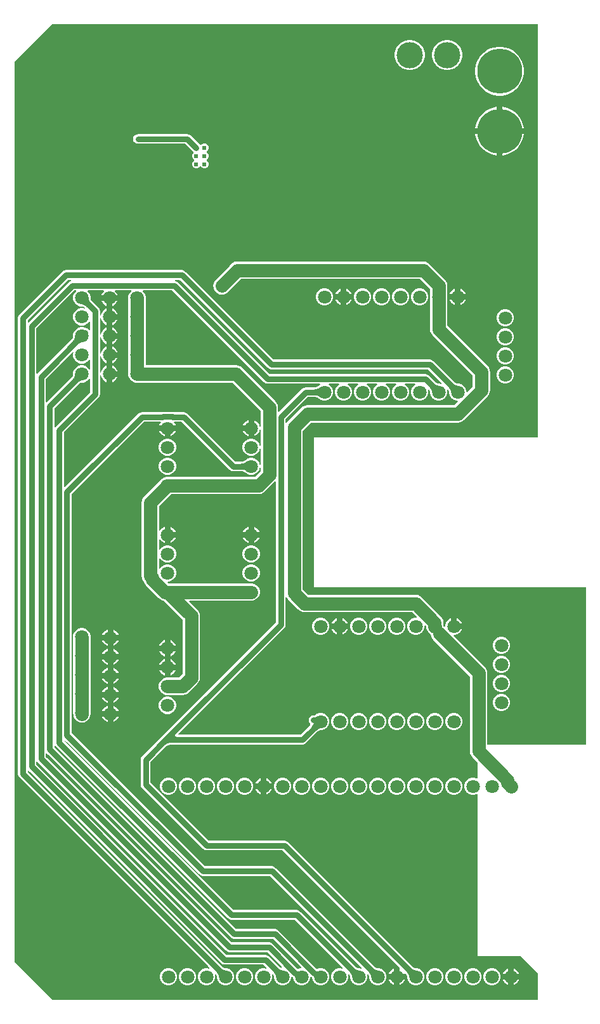
<source format=gbr>
%TF.GenerationSoftware,Altium Limited,Altium Designer,23.0.1 (38)*%
G04 Layer_Physical_Order=2*
G04 Layer_Color=16711680*
%FSLAX45Y45*%
%MOMM*%
%TF.SameCoordinates,0946520A-43BC-435E-BA57-7B8340C501A0*%
%TF.FilePolarity,Positive*%
%TF.FileFunction,Copper,L2,Bot,Signal*%
%TF.Part,Single*%
G01*
G75*
%TA.AperFunction,Conductor*%
%ADD10C,0.76200*%
%ADD33C,1.77800*%
%TA.AperFunction,ComponentPad*%
%ADD36C,1.80000*%
%ADD37C,5.00000*%
%ADD38C,6.00000*%
%ADD39C,3.50000*%
%TA.AperFunction,ViaPad*%
%ADD40C,0.60960*%
%ADD41C,0.70000*%
%ADD42C,1.27000*%
G36*
X1562756Y9447556D02*
X1545957Y9430757D01*
X1530765Y9404443D01*
X1522900Y9375093D01*
Y9344707D01*
X1523014Y9344284D01*
Y9121516D01*
X1522900Y9121093D01*
Y9090707D01*
X1523014Y9090284D01*
Y8867516D01*
X1522900Y8867093D01*
Y8836707D01*
X1523014Y8836284D01*
Y8613516D01*
X1522900Y8613093D01*
Y8582707D01*
X1523014Y8582284D01*
Y8359516D01*
X1522900Y8359093D01*
Y8328707D01*
X1530765Y8299357D01*
X1545957Y8273043D01*
X1567443Y8251557D01*
X1593757Y8236365D01*
X1623107Y8228500D01*
X1653493D01*
X1653916Y8228614D01*
X2911347D01*
X3288314Y7851647D01*
Y7644650D01*
X3275614Y7642978D01*
X3269835Y7664543D01*
X3254643Y7690857D01*
X3233157Y7712343D01*
X3206843Y7727535D01*
X3200400Y7729262D01*
Y7620000D01*
Y7510738D01*
X3206843Y7512465D01*
X3233157Y7527657D01*
X3254643Y7549143D01*
X3269835Y7575457D01*
X3275614Y7597022D01*
X3288314Y7595350D01*
Y7390650D01*
X3275614Y7388978D01*
X3269835Y7410542D01*
X3254643Y7436857D01*
X3233157Y7458342D01*
X3206843Y7473535D01*
X3177493Y7481400D01*
X3147107D01*
X3117757Y7473535D01*
X3091443Y7458342D01*
X3069957Y7436857D01*
X3054765Y7410542D01*
X3046900Y7381193D01*
Y7350807D01*
X3054765Y7321457D01*
X3069957Y7295143D01*
X3091443Y7273657D01*
X3117757Y7258464D01*
X3147107Y7250600D01*
X3177493D01*
X3206843Y7258464D01*
X3233157Y7273657D01*
X3254643Y7295143D01*
X3269835Y7321457D01*
X3275614Y7343021D01*
X3288314Y7341350D01*
Y7136650D01*
X3275614Y7134979D01*
X3269835Y7156543D01*
X3254643Y7182857D01*
X3233157Y7204343D01*
X3206843Y7219536D01*
X3177493Y7227400D01*
X3147107D01*
X3117757Y7219536D01*
X3091443Y7204343D01*
X3082166Y7195066D01*
X3080425Y7193996D01*
X3076233Y7190112D01*
X3072644Y7187378D01*
X3068690Y7184918D01*
X3064308Y7182719D01*
X3059442Y7180788D01*
X3054046Y7179143D01*
X3048094Y7177813D01*
X3041563Y7176828D01*
X3040593Y7176744D01*
X2947818D01*
X2306381Y7818181D01*
X2285376Y7832216D01*
X2260600Y7837144D01*
X2113812D01*
X2108282Y7838244D01*
X1981118D01*
X1975588Y7837144D01*
X1701800D01*
X1677024Y7832216D01*
X1656019Y7818181D01*
X673377Y6835539D01*
X661644Y6840400D01*
Y7567782D01*
X1123697Y8029835D01*
X1137732Y8050839D01*
X1142660Y8075616D01*
Y8324200D01*
X1155360Y8325872D01*
X1162465Y8299357D01*
X1177657Y8273043D01*
X1199143Y8251557D01*
X1225457Y8236365D01*
X1231900Y8234638D01*
Y8343900D01*
Y8453162D01*
X1225457Y8451435D01*
X1199143Y8436243D01*
X1177657Y8414757D01*
X1162465Y8388443D01*
X1155360Y8361928D01*
X1142660Y8363600D01*
Y8578200D01*
X1155360Y8579872D01*
X1162465Y8553357D01*
X1177657Y8527043D01*
X1199143Y8505557D01*
X1225457Y8490365D01*
X1231900Y8488638D01*
Y8597900D01*
Y8707162D01*
X1225457Y8705435D01*
X1199143Y8690243D01*
X1177657Y8668757D01*
X1162465Y8642443D01*
X1155360Y8615928D01*
X1142660Y8617600D01*
Y8832200D01*
X1155360Y8833872D01*
X1162465Y8807357D01*
X1177657Y8781043D01*
X1199143Y8759557D01*
X1225457Y8744365D01*
X1231900Y8742638D01*
Y8851900D01*
Y8961162D01*
X1225457Y8959435D01*
X1199143Y8944243D01*
X1177657Y8922757D01*
X1162465Y8896443D01*
X1155360Y8869928D01*
X1142660Y8871600D01*
Y9086200D01*
X1155360Y9087872D01*
X1162465Y9061357D01*
X1177657Y9035043D01*
X1199143Y9013557D01*
X1225457Y8998365D01*
X1231900Y8996638D01*
Y9105900D01*
Y9215162D01*
X1225457Y9213435D01*
X1199143Y9198243D01*
X1177657Y9176757D01*
X1162465Y9150443D01*
X1155360Y9123928D01*
X1142660Y9125600D01*
Y9183684D01*
X1137732Y9208461D01*
X1123697Y9229465D01*
X1033542Y9319620D01*
X1032913Y9320367D01*
X1028992Y9325682D01*
X1025724Y9330831D01*
X1023072Y9335809D01*
X1020997Y9340615D01*
X1019453Y9345268D01*
X1018396Y9349803D01*
X1017792Y9354276D01*
X1017574Y9359986D01*
X1017100Y9361973D01*
Y9375093D01*
X1009235Y9404443D01*
X994043Y9430757D01*
X977244Y9447556D01*
X982505Y9460256D01*
X1189195D01*
X1194456Y9447556D01*
X1177657Y9430757D01*
X1162465Y9404443D01*
X1160738Y9398000D01*
X1270000D01*
X1379262D01*
X1377535Y9404443D01*
X1362343Y9430757D01*
X1345544Y9447556D01*
X1350805Y9460256D01*
X1557495D01*
X1562756Y9447556D01*
D02*
G37*
G36*
X991960Y9352044D02*
X992895Y9345123D01*
X994500Y9338237D01*
X996774Y9331385D01*
X999717Y9324568D01*
X1003331Y9317785D01*
X1007614Y9311037D01*
X1012566Y9304324D01*
X1018188Y9297645D01*
X1024480Y9291001D01*
X970599Y9237120D01*
X963955Y9243412D01*
X957276Y9249034D01*
X950563Y9253986D01*
X943815Y9258269D01*
X937032Y9261883D01*
X930215Y9264826D01*
X923363Y9267100D01*
X916477Y9268705D01*
X909556Y9269640D01*
X902600Y9269904D01*
X991696Y9359000D01*
X991960Y9352044D01*
D02*
G37*
G36*
X826156Y9447556D02*
X809357Y9430757D01*
X794165Y9404443D01*
X786300Y9375093D01*
Y9344707D01*
X794165Y9315357D01*
X809357Y9289043D01*
X830843Y9267557D01*
X857157Y9252365D01*
X886507Y9244500D01*
X899627D01*
X901614Y9244026D01*
X907324Y9243808D01*
X911797Y9243204D01*
X916332Y9242148D01*
X920985Y9240603D01*
X925791Y9238528D01*
X930769Y9235876D01*
X935920Y9232607D01*
X941233Y9228687D01*
X941980Y9228058D01*
X942434Y9227604D01*
X935860Y9216218D01*
X916893Y9221300D01*
X886507D01*
X857157Y9213435D01*
X830843Y9198243D01*
X809357Y9176757D01*
X794165Y9150443D01*
X786300Y9121093D01*
Y9090707D01*
X794165Y9061357D01*
X809357Y9035043D01*
X830843Y9013557D01*
X857157Y8998365D01*
X886507Y8990500D01*
X916893D01*
X946243Y8998365D01*
X972557Y9013557D01*
X994043Y9035043D01*
X1000472Y9046178D01*
X1013172Y9042775D01*
Y8929933D01*
X1000472Y8926080D01*
X990622Y8940822D01*
X969617Y8954856D01*
X945224Y8959709D01*
X916893Y8967300D01*
X886507D01*
X857157Y8959435D01*
X830843Y8944243D01*
X809357Y8922757D01*
X794165Y8896443D01*
X786300Y8867093D01*
Y8853973D01*
X785826Y8851986D01*
X785608Y8846276D01*
X785004Y8841803D01*
X783948Y8837268D01*
X782403Y8832615D01*
X780328Y8827809D01*
X777676Y8822831D01*
X774407Y8817680D01*
X770487Y8812367D01*
X769858Y8811620D01*
X309819Y8351581D01*
X306044Y8345931D01*
X293344Y8349784D01*
Y8952082D01*
X801518Y9460256D01*
X820895D01*
X826156Y9447556D01*
D02*
G37*
G36*
X762191Y9587256D02*
X749924Y9584816D01*
X728919Y9570781D01*
X191744Y9033606D01*
X179044Y9038867D01*
Y9066382D01*
X712618Y9599956D01*
X760940D01*
X762191Y9587256D01*
D02*
G37*
G36*
X900800Y8761904D02*
X893844Y8761640D01*
X886923Y8760705D01*
X880037Y8759100D01*
X873185Y8756826D01*
X866368Y8753883D01*
X859585Y8750269D01*
X852837Y8745986D01*
X846124Y8741034D01*
X839445Y8735412D01*
X832801Y8729120D01*
X778920Y8783001D01*
X785212Y8789645D01*
X790834Y8796324D01*
X795786Y8803037D01*
X800069Y8809785D01*
X803683Y8816568D01*
X806626Y8823385D01*
X808900Y8830237D01*
X810505Y8837123D01*
X811440Y8844044D01*
X811704Y8851000D01*
X900800Y8761904D01*
D02*
G37*
G36*
X791382Y8632060D02*
X786300Y8613093D01*
Y8582707D01*
X794165Y8553357D01*
X809357Y8527043D01*
X830843Y8505557D01*
X857157Y8490365D01*
X886507Y8482500D01*
X916893D01*
X946243Y8490365D01*
X972557Y8505557D01*
X994043Y8527043D01*
X1000472Y8538178D01*
X1013172Y8534775D01*
Y8407025D01*
X1000472Y8403622D01*
X994043Y8414757D01*
X972557Y8436243D01*
X946243Y8451435D01*
X916893Y8459300D01*
X886507D01*
X857157Y8451435D01*
X830843Y8436243D01*
X809357Y8414757D01*
X794165Y8388443D01*
X786300Y8359093D01*
Y8345973D01*
X785826Y8343986D01*
X785608Y8338276D01*
X785004Y8333803D01*
X783948Y8329268D01*
X782403Y8324615D01*
X780328Y8319809D01*
X777676Y8314831D01*
X774407Y8309680D01*
X770487Y8304367D01*
X769858Y8303620D01*
X433044Y7966806D01*
X420344Y7972067D01*
Y8278982D01*
X779996Y8638634D01*
X791382Y8632060D01*
D02*
G37*
G36*
X900800Y8253904D02*
X893844Y8253640D01*
X886923Y8252705D01*
X880037Y8251100D01*
X873185Y8248826D01*
X866368Y8245883D01*
X859585Y8242269D01*
X852837Y8237986D01*
X846124Y8233034D01*
X839445Y8227412D01*
X832801Y8221120D01*
X778920Y8275001D01*
X785212Y8281645D01*
X790834Y8288324D01*
X795786Y8295037D01*
X800069Y8301785D01*
X803683Y8308568D01*
X806626Y8315385D01*
X808900Y8322237D01*
X810505Y8329123D01*
X811440Y8336044D01*
X811704Y8343000D01*
X900800Y8253904D01*
D02*
G37*
G36*
X3383219Y8425119D02*
X3404224Y8411084D01*
X3429000Y8406156D01*
X5523082D01*
X5704934Y8224304D01*
X5698359Y8212918D01*
X5679393Y8218000D01*
X5666273D01*
X5664286Y8218475D01*
X5658576Y8218692D01*
X5654103Y8219296D01*
X5649568Y8220353D01*
X5644915Y8221897D01*
X5640109Y8223972D01*
X5635131Y8226624D01*
X5629980Y8229894D01*
X5624667Y8233814D01*
X5623920Y8234442D01*
X5532181Y8326181D01*
X5511177Y8340216D01*
X5486400Y8345144D01*
X3405018D01*
X2179381Y9570781D01*
X2158376Y9584816D01*
X2146109Y9587256D01*
X2147360Y9599956D01*
X2208382D01*
X3383219Y8425119D01*
D02*
G37*
G36*
X5601945Y8219089D02*
X5608624Y8213466D01*
X5615337Y8208514D01*
X5622085Y8204231D01*
X5628868Y8200618D01*
X5635685Y8197674D01*
X5642537Y8195400D01*
X5649423Y8193795D01*
X5656344Y8192861D01*
X5663300Y8192596D01*
X5574204Y8103500D01*
X5573940Y8110456D01*
X5573005Y8117377D01*
X5571400Y8124264D01*
X5569126Y8131115D01*
X5566183Y8137933D01*
X5562569Y8144715D01*
X5558286Y8151463D01*
X5553334Y8158176D01*
X5547712Y8164855D01*
X5541420Y8171499D01*
X5595301Y8225381D01*
X5601945Y8219089D01*
D02*
G37*
G36*
X5855945Y8219088D02*
X5862624Y8213466D01*
X5869337Y8208514D01*
X5876085Y8204231D01*
X5882868Y8200617D01*
X5889685Y8197674D01*
X5896537Y8195400D01*
X5903423Y8193795D01*
X5910344Y8192860D01*
X5917300Y8192596D01*
X5828204Y8103500D01*
X5827940Y8110456D01*
X5827005Y8117377D01*
X5825400Y8124263D01*
X5823126Y8131115D01*
X5820183Y8137932D01*
X5816569Y8144715D01*
X5812286Y8151463D01*
X5807334Y8158176D01*
X5801712Y8164855D01*
X5795420Y8171499D01*
X5849301Y8225380D01*
X5855945Y8219088D01*
D02*
G37*
G36*
X4075927Y8039600D02*
X4070821Y8044331D01*
X4065266Y8048564D01*
X4059262Y8052299D01*
X4052810Y8055536D01*
X4045908Y8058275D01*
X4038557Y8060516D01*
X4030756Y8062259D01*
X4022508Y8063504D01*
X4013810Y8064251D01*
X4004663Y8064500D01*
Y8140700D01*
X4013810Y8140949D01*
X4022508Y8141696D01*
X4030756Y8142941D01*
X4038557Y8144684D01*
X4045908Y8146925D01*
X4052810Y8149664D01*
X4059262Y8152901D01*
X4065266Y8156636D01*
X4070821Y8160869D01*
X4075927Y8165600D01*
Y8039600D01*
D02*
G37*
G36*
X5353222Y8202956D02*
X5339343Y8194943D01*
X5317857Y8173457D01*
X5302665Y8147143D01*
X5294800Y8117793D01*
Y8087407D01*
X5302665Y8058057D01*
X5317857Y8031743D01*
X5339343Y8010257D01*
X5365657Y7995065D01*
X5395007Y7987200D01*
X5425393D01*
X5454743Y7995065D01*
X5481057Y8010257D01*
X5502543Y8031743D01*
X5517735Y8058057D01*
X5525600Y8087407D01*
Y8117793D01*
X5520518Y8136760D01*
X5531904Y8143334D01*
X5532358Y8142881D01*
X5532987Y8142133D01*
X5536908Y8136818D01*
X5540176Y8131669D01*
X5542828Y8126691D01*
X5544903Y8121885D01*
X5546447Y8117232D01*
X5547504Y8112697D01*
X5548108Y8108224D01*
X5548326Y8102515D01*
X5548800Y8100528D01*
Y8087407D01*
X5556665Y8058058D01*
X5571857Y8031743D01*
X5593343Y8010258D01*
X5619657Y7995065D01*
X5649007Y7987200D01*
X5679393D01*
X5708743Y7995065D01*
X5735057Y8010258D01*
X5756543Y8031743D01*
X5771735Y8058058D01*
X5779600Y8087407D01*
Y8117793D01*
X5774518Y8136760D01*
X5785904Y8143334D01*
X5786358Y8142880D01*
X5786987Y8142133D01*
X5790908Y8136818D01*
X5794176Y8131669D01*
X5796828Y8126691D01*
X5798903Y8121885D01*
X5800447Y8117232D01*
X5801504Y8112697D01*
X5802108Y8108224D01*
X5802326Y8102514D01*
X5802800Y8100527D01*
Y8087407D01*
X5810665Y8058057D01*
X5825857Y8031743D01*
X5847343Y8010257D01*
X5873657Y7995065D01*
X5903007Y7987200D01*
X5915267D01*
X5920127Y7975467D01*
X5870447Y7925786D01*
X3911600D01*
X3881762Y7921858D01*
X3853957Y7910341D01*
X3830080Y7892020D01*
X3830079Y7892019D01*
X3652280Y7714220D01*
X3633959Y7690343D01*
X3633444Y7689100D01*
X3620744Y7691626D01*
Y7745582D01*
X3913018Y8037856D01*
X4018494D01*
X4019463Y8037773D01*
X4025995Y8036787D01*
X4031946Y8035457D01*
X4037342Y8033812D01*
X4042208Y8031881D01*
X4046590Y8029683D01*
X4050546Y8027222D01*
X4054133Y8024488D01*
X4058325Y8020604D01*
X4060066Y8019534D01*
X4069343Y8010257D01*
X4095657Y7995065D01*
X4125007Y7987200D01*
X4155393D01*
X4184743Y7995065D01*
X4211057Y8010257D01*
X4232543Y8031743D01*
X4247735Y8058057D01*
X4255600Y8087407D01*
Y8117793D01*
X4247735Y8147143D01*
X4232543Y8173457D01*
X4211057Y8194943D01*
X4197178Y8202956D01*
X4200581Y8215656D01*
X4333819D01*
X4337222Y8202956D01*
X4323343Y8194943D01*
X4301857Y8173457D01*
X4286665Y8147143D01*
X4278800Y8117793D01*
Y8087407D01*
X4286665Y8058057D01*
X4301857Y8031743D01*
X4323343Y8010257D01*
X4349657Y7995065D01*
X4379007Y7987200D01*
X4409393D01*
X4438743Y7995065D01*
X4465057Y8010257D01*
X4486543Y8031743D01*
X4501735Y8058057D01*
X4509600Y8087407D01*
Y8117793D01*
X4501735Y8147143D01*
X4486543Y8173457D01*
X4465057Y8194943D01*
X4451178Y8202956D01*
X4454581Y8215656D01*
X4587818D01*
X4591221Y8202956D01*
X4577343Y8194943D01*
X4555857Y8173457D01*
X4540665Y8147143D01*
X4532800Y8117793D01*
Y8087407D01*
X4540665Y8058058D01*
X4555857Y8031743D01*
X4577343Y8010258D01*
X4603657Y7995065D01*
X4633007Y7987200D01*
X4663393D01*
X4692743Y7995065D01*
X4719057Y8010258D01*
X4740543Y8031743D01*
X4755735Y8058058D01*
X4763600Y8087407D01*
Y8117793D01*
X4755735Y8147143D01*
X4740543Y8173457D01*
X4719057Y8194943D01*
X4705179Y8202956D01*
X4708582Y8215656D01*
X4841819D01*
X4845222Y8202956D01*
X4831343Y8194943D01*
X4809857Y8173457D01*
X4794665Y8147143D01*
X4786800Y8117793D01*
Y8087407D01*
X4794665Y8058057D01*
X4809857Y8031743D01*
X4831343Y8010257D01*
X4857657Y7995065D01*
X4887007Y7987200D01*
X4917393D01*
X4946743Y7995065D01*
X4973057Y8010257D01*
X4994543Y8031743D01*
X5009735Y8058057D01*
X5017600Y8087407D01*
Y8117793D01*
X5009735Y8147143D01*
X4994543Y8173457D01*
X4973057Y8194943D01*
X4959178Y8202956D01*
X4962581Y8215656D01*
X5095819D01*
X5099222Y8202956D01*
X5085343Y8194943D01*
X5063857Y8173457D01*
X5048665Y8147143D01*
X5040800Y8117793D01*
Y8087407D01*
X5048665Y8058057D01*
X5063857Y8031743D01*
X5085343Y8010257D01*
X5111657Y7995065D01*
X5141007Y7987200D01*
X5171393D01*
X5200743Y7995065D01*
X5227057Y8010257D01*
X5248543Y8031743D01*
X5263735Y8058057D01*
X5271600Y8087407D01*
Y8117793D01*
X5263735Y8147143D01*
X5248543Y8173457D01*
X5227057Y8194943D01*
X5213178Y8202956D01*
X5216581Y8215656D01*
X5349819D01*
X5353222Y8202956D01*
D02*
G37*
G36*
X3332419Y8234619D02*
X3353423Y8220584D01*
X3378200Y8215656D01*
X4079819D01*
X4083222Y8202956D01*
X4069343Y8194943D01*
X4060066Y8185666D01*
X4058325Y8184596D01*
X4054133Y8180712D01*
X4050544Y8177977D01*
X4046590Y8175517D01*
X4042208Y8173319D01*
X4037342Y8171388D01*
X4031946Y8169743D01*
X4025994Y8168413D01*
X4019463Y8167427D01*
X4018493Y8167344D01*
X3886200D01*
X3861424Y8162416D01*
X3840419Y8148381D01*
X3530620Y7838581D01*
X3518886Y7843442D01*
Y7899398D01*
X3518887Y7899400D01*
X3514958Y7929238D01*
X3503441Y7957043D01*
X3485120Y7980920D01*
X3040620Y8425420D01*
X3016743Y8443741D01*
X2988938Y8455258D01*
X2959100Y8459186D01*
X1753586D01*
Y8582284D01*
X1753700Y8582707D01*
Y8613093D01*
X1753586Y8613516D01*
Y8836284D01*
X1753700Y8836707D01*
Y8867093D01*
X1753586Y8867516D01*
Y9090284D01*
X1753700Y9090707D01*
Y9121093D01*
X1753586Y9121516D01*
Y9344284D01*
X1753700Y9344707D01*
Y9375093D01*
X1745835Y9404443D01*
X1730643Y9430757D01*
X1713844Y9447556D01*
X1719105Y9460256D01*
X2106782D01*
X3332419Y8234619D01*
D02*
G37*
G36*
X1013172Y8280775D02*
Y8102434D01*
X551119Y7640381D01*
X547344Y7634731D01*
X534644Y7638584D01*
Y7885282D01*
X861420Y8212058D01*
X862167Y8212687D01*
X867482Y8216608D01*
X872631Y8219876D01*
X877609Y8222528D01*
X882415Y8224603D01*
X887068Y8226147D01*
X891603Y8227204D01*
X896076Y8227808D01*
X901786Y8228026D01*
X903773Y8228500D01*
X916893D01*
X946243Y8236365D01*
X972557Y8251557D01*
X994043Y8273043D01*
X1000472Y8284178D01*
X1013172Y8280775D01*
D02*
G37*
G36*
X3098027Y7049000D02*
X3092921Y7053731D01*
X3087366Y7057964D01*
X3081362Y7061699D01*
X3074910Y7064936D01*
X3068008Y7067675D01*
X3060657Y7069916D01*
X3052856Y7071659D01*
X3044608Y7072904D01*
X3035910Y7073651D01*
X3026763Y7073900D01*
Y7150100D01*
X3035910Y7150349D01*
X3044608Y7151096D01*
X3052856Y7152341D01*
X3060657Y7154084D01*
X3068008Y7156325D01*
X3074910Y7159064D01*
X3081362Y7162301D01*
X3087366Y7166036D01*
X3092921Y7170269D01*
X3098027Y7175000D01*
Y7049000D01*
D02*
G37*
G36*
X4088500Y3618404D02*
X4081544Y3618140D01*
X4074623Y3617205D01*
X4067736Y3615600D01*
X4060885Y3613326D01*
X4054067Y3610383D01*
X4047285Y3606769D01*
X4040537Y3602486D01*
X4033824Y3597534D01*
X4027145Y3591912D01*
X4020501Y3585620D01*
X3966619Y3639501D01*
X3972911Y3646145D01*
X3978534Y3652824D01*
X3983486Y3659537D01*
X3987769Y3666285D01*
X3991382Y3673068D01*
X3994326Y3679885D01*
X3996600Y3686737D01*
X3998205Y3693623D01*
X3999139Y3700544D01*
X3999404Y3707500D01*
X4088500Y3618404D01*
D02*
G37*
G36*
X6985000Y7500620D02*
X3997960D01*
Y5499100D01*
X7632700D01*
Y3403600D01*
X6312886D01*
Y4356100D01*
X6308958Y4385939D01*
X6297441Y4413743D01*
X6279120Y4437620D01*
X5865473Y4851267D01*
X5870333Y4863000D01*
X5882593D01*
X5911943Y4870865D01*
X5938257Y4886057D01*
X5959743Y4907543D01*
X5974935Y4933857D01*
X5976662Y4940300D01*
X5867400D01*
Y4978400D01*
X5829300D01*
Y5087662D01*
X5822857Y5085935D01*
X5796543Y5070743D01*
X5775057Y5049257D01*
X5759865Y5022943D01*
X5752000Y4993593D01*
Y4977791D01*
X5740610Y4972173D01*
X5733737Y4977448D01*
X5728800Y4979492D01*
Y4993593D01*
X5728265Y4995587D01*
Y5029621D01*
X5724337Y5059459D01*
X5712820Y5087264D01*
X5694499Y5111141D01*
X5440920Y5364720D01*
X5417043Y5383041D01*
X5389238Y5394558D01*
X5359400Y5398486D01*
X3921253D01*
X3849086Y5470653D01*
Y7584947D01*
X3959353Y7695214D01*
X5918200D01*
X5948038Y7699142D01*
X5975843Y7710659D01*
X5999720Y7728980D01*
X6317220Y8046480D01*
X6335541Y8070357D01*
X6347058Y8098162D01*
X6350986Y8128000D01*
Y8369300D01*
X6347058Y8399138D01*
X6335541Y8426943D01*
X6317220Y8450820D01*
X5779487Y8988553D01*
Y9356984D01*
X5779600Y9357407D01*
Y9387793D01*
X5779487Y9388216D01*
Y9525000D01*
X5775558Y9554838D01*
X5764041Y9582643D01*
X5745720Y9606520D01*
X5542520Y9809720D01*
X5518643Y9828041D01*
X5490838Y9839558D01*
X5461000Y9843486D01*
X2974998D01*
X2945160Y9839558D01*
X2917355Y9828041D01*
X2893479Y9809720D01*
X2875158Y9785843D01*
X2874415Y9784052D01*
X2690279Y9599915D01*
X2671958Y9576038D01*
X2660440Y9548233D01*
X2656512Y9518395D01*
X2660440Y9488557D01*
X2671958Y9460752D01*
X2690279Y9436875D01*
X2714155Y9418554D01*
X2741960Y9407037D01*
X2771798Y9403109D01*
X2801637Y9407037D01*
X2829441Y9418554D01*
X2853318Y9436875D01*
X3029357Y9612914D01*
X5413247D01*
X5548914Y9477246D01*
Y9388216D01*
X5548800Y9387793D01*
Y9357407D01*
X5548914Y9356984D01*
Y8940800D01*
X5552842Y8910961D01*
X5564359Y8883157D01*
X5582680Y8859280D01*
X6120414Y8321547D01*
Y8175753D01*
X6045333Y8100673D01*
X6033600Y8105533D01*
Y8117793D01*
X6025735Y8147143D01*
X6010543Y8173457D01*
X5989057Y8194943D01*
X5962743Y8210135D01*
X5933393Y8218000D01*
X5920273D01*
X5918286Y8218474D01*
X5912576Y8218692D01*
X5908103Y8219296D01*
X5903568Y8220352D01*
X5898915Y8221897D01*
X5894109Y8223972D01*
X5889131Y8226624D01*
X5883980Y8229893D01*
X5878667Y8233813D01*
X5877920Y8234442D01*
X5595681Y8516681D01*
X5574676Y8530716D01*
X5549900Y8535644D01*
X3455818D01*
X2280981Y9710481D01*
X2259976Y9724516D01*
X2235200Y9729444D01*
X685800D01*
X661024Y9724516D01*
X640019Y9710481D01*
X68519Y9138981D01*
X54484Y9117976D01*
X49556Y9093200D01*
Y3009900D01*
X54484Y2985123D01*
X68519Y2964119D01*
X2606134Y426504D01*
X2599560Y415117D01*
X2580593Y420200D01*
X2550207D01*
X2520857Y412335D01*
X2494543Y397142D01*
X2473057Y375657D01*
X2457865Y349342D01*
X2450000Y319993D01*
Y289607D01*
X2457865Y260257D01*
X2473057Y233943D01*
X2494543Y212457D01*
X2520857Y197264D01*
X2550207Y189400D01*
X2580593D01*
X2609943Y197264D01*
X2636257Y212457D01*
X2657743Y233943D01*
X2672935Y260257D01*
X2680800Y289607D01*
Y319993D01*
X2675718Y338960D01*
X2687104Y345534D01*
X2687558Y345080D01*
X2688187Y344333D01*
X2692108Y339018D01*
X2695376Y333869D01*
X2698028Y328890D01*
X2700103Y324084D01*
X2701647Y319432D01*
X2702704Y314896D01*
X2703308Y310423D01*
X2703526Y304714D01*
X2704000Y302727D01*
Y289607D01*
X2711865Y260257D01*
X2727057Y233943D01*
X2748543Y212457D01*
X2774857Y197264D01*
X2804207Y189400D01*
X2834593D01*
X2863943Y197264D01*
X2890257Y212457D01*
X2911743Y233943D01*
X2926935Y260257D01*
X2934800Y289607D01*
Y319993D01*
X2926935Y349342D01*
X2911743Y375657D01*
X2890257Y397142D01*
X2863943Y412335D01*
X2834593Y420200D01*
X2821473D01*
X2819486Y420674D01*
X2813776Y420891D01*
X2809303Y421495D01*
X2804768Y422552D01*
X2800115Y424096D01*
X2795309Y426172D01*
X2790331Y428824D01*
X2785180Y432093D01*
X2779867Y436013D01*
X2779120Y436642D01*
X179044Y3036718D01*
Y3051534D01*
X191744Y3056794D01*
X2760919Y487619D01*
X2781924Y473584D01*
X2806700Y468656D01*
X3325982D01*
X3368134Y426504D01*
X3361560Y415117D01*
X3342593Y420200D01*
X3312207D01*
X3282857Y412335D01*
X3256543Y397142D01*
X3235057Y375657D01*
X3219865Y349342D01*
X3212000Y319993D01*
Y289607D01*
X3219865Y260257D01*
X3235057Y233943D01*
X3256543Y212457D01*
X3282857Y197264D01*
X3312207Y189400D01*
X3342593D01*
X3371943Y197264D01*
X3398257Y212457D01*
X3419743Y233943D01*
X3434935Y260257D01*
X3442800Y289607D01*
Y319993D01*
X3437718Y338960D01*
X3449104Y345534D01*
X3449558Y345080D01*
X3450187Y344333D01*
X3454108Y339018D01*
X3457376Y333869D01*
X3460028Y328890D01*
X3462103Y324084D01*
X3463647Y319432D01*
X3464704Y314896D01*
X3465308Y310423D01*
X3465526Y304714D01*
X3466000Y302727D01*
Y289607D01*
X3473865Y260257D01*
X3489057Y233943D01*
X3510543Y212457D01*
X3536857Y197264D01*
X3566207Y189400D01*
X3596593D01*
X3625943Y197264D01*
X3652257Y212457D01*
X3673743Y233943D01*
X3688935Y260257D01*
X3696800Y289607D01*
Y297622D01*
X3709500Y304410D01*
X3720000Y297394D01*
Y289607D01*
X3727865Y260257D01*
X3743057Y233943D01*
X3764543Y212457D01*
X3790857Y197264D01*
X3820207Y189400D01*
X3850593D01*
X3879943Y197264D01*
X3906257Y212457D01*
X3927743Y233943D01*
X3942935Y260257D01*
X3950800Y289607D01*
Y297621D01*
X3963500Y304409D01*
X3974000Y297393D01*
Y289607D01*
X3981865Y260257D01*
X3997057Y233943D01*
X4018543Y212457D01*
X4044857Y197264D01*
X4074207Y189400D01*
X4104593D01*
X4133943Y197264D01*
X4160257Y212457D01*
X4181743Y233943D01*
X4196935Y260257D01*
X4204800Y289607D01*
Y319993D01*
X4196935Y349342D01*
X4181743Y375657D01*
X4160257Y397142D01*
X4133943Y412335D01*
X4104593Y420200D01*
X4074207D01*
X4044857Y412335D01*
X4041931Y410646D01*
X4036286Y414418D01*
X4033962Y414880D01*
X3526761Y922081D01*
X3505757Y936116D01*
X3480980Y941044D01*
X2960518D01*
X534644Y3366918D01*
Y3385016D01*
X547344Y3388869D01*
X551119Y3383219D01*
X2849819Y1084519D01*
X2870824Y1070484D01*
X2895600Y1065556D01*
X3745082D01*
X4384134Y426504D01*
X4377559Y415118D01*
X4358593Y420200D01*
X4328207D01*
X4298857Y412335D01*
X4272543Y397143D01*
X4251057Y375657D01*
X4235865Y349343D01*
X4228000Y319993D01*
Y289607D01*
X4235865Y260257D01*
X4251057Y233943D01*
X4272543Y212457D01*
X4298857Y197265D01*
X4328207Y189400D01*
X4358593D01*
X4387943Y197265D01*
X4414257Y212457D01*
X4435743Y233943D01*
X4450935Y260257D01*
X4458800Y289607D01*
Y319993D01*
X4453718Y338959D01*
X4465104Y345534D01*
X4465558Y345080D01*
X4466187Y344333D01*
X4470108Y339018D01*
X4473376Y333869D01*
X4476028Y328890D01*
X4478103Y324084D01*
X4479647Y319432D01*
X4480704Y314896D01*
X4481308Y310423D01*
X4481526Y304714D01*
X4482000Y302727D01*
Y289607D01*
X4489865Y260257D01*
X4505057Y233943D01*
X4526543Y212457D01*
X4552857Y197264D01*
X4582207Y189400D01*
X4612593D01*
X4641943Y197264D01*
X4668257Y212457D01*
X4689743Y233943D01*
X4704935Y260257D01*
X4712800Y289607D01*
Y319993D01*
X4707718Y338960D01*
X4719104Y345534D01*
X4719558Y345080D01*
X4720187Y344333D01*
X4724108Y339018D01*
X4727376Y333869D01*
X4730028Y328890D01*
X4732103Y324084D01*
X4733647Y319432D01*
X4734704Y314896D01*
X4735308Y310423D01*
X4735526Y304714D01*
X4736000Y302727D01*
Y289607D01*
X4743865Y260257D01*
X4759057Y233943D01*
X4780543Y212457D01*
X4806857Y197264D01*
X4836207Y189400D01*
X4866593D01*
X4895943Y197264D01*
X4922257Y212457D01*
X4943743Y233943D01*
X4958935Y260257D01*
X4966800Y289607D01*
Y319993D01*
X4958935Y349342D01*
X4943743Y375657D01*
X4922257Y397142D01*
X4895943Y412335D01*
X4866593Y420200D01*
X4853473D01*
X4851486Y420674D01*
X4845776Y420891D01*
X4841303Y421495D01*
X4836768Y422552D01*
X4832115Y424096D01*
X4827309Y426172D01*
X4822331Y428824D01*
X4817180Y432093D01*
X4811867Y436013D01*
X4811120Y436642D01*
X3487481Y1760281D01*
X3466476Y1774316D01*
X3441700Y1779244D01*
X2541418D01*
X763244Y3557418D01*
Y6742282D01*
X1728618Y7707656D01*
X1952563D01*
X1957423Y7695923D01*
X1952357Y7690857D01*
X1937165Y7664543D01*
X1935438Y7658100D01*
X2044700D01*
X2153962D01*
X2152235Y7664543D01*
X2137043Y7690857D01*
X2131977Y7695923D01*
X2136837Y7707656D01*
X2233782D01*
X2875219Y7066219D01*
X2896223Y7052185D01*
X2921000Y7047256D01*
X3040594D01*
X3041563Y7047173D01*
X3048095Y7046187D01*
X3054046Y7044857D01*
X3059442Y7043212D01*
X3064308Y7041281D01*
X3068690Y7039083D01*
X3072646Y7036622D01*
X3076233Y7033888D01*
X3080425Y7030004D01*
X3082166Y7028934D01*
X3091443Y7019658D01*
X3117757Y7004465D01*
X3147107Y6996600D01*
X3177493D01*
X3206843Y7004465D01*
X3233157Y7019658D01*
X3254643Y7041143D01*
X3269835Y7067458D01*
X3275614Y7089022D01*
X3288314Y7087350D01*
Y7045453D01*
X3216568Y6973707D01*
X3162721D01*
X3160386Y6973400D01*
X3147107D01*
X3146684Y6973286D01*
X2060316D01*
X2059893Y6973400D01*
X2029507D01*
X2000157Y6965535D01*
X1973843Y6950343D01*
X1952357Y6928857D01*
X1952138Y6928478D01*
X1734580Y6710920D01*
X1716259Y6687043D01*
X1704742Y6659238D01*
X1700814Y6629400D01*
Y5651500D01*
X1704742Y5621662D01*
X1716259Y5593857D01*
X1728715Y5577624D01*
X1729042Y5575138D01*
X1740559Y5547334D01*
X1758880Y5523457D01*
X1927835Y5354502D01*
X1927836Y5354501D01*
X1951713Y5336180D01*
X1979518Y5324663D01*
X1994581Y5322679D01*
X2246914Y5070347D01*
Y4340353D01*
X2200146Y4293586D01*
X2060316D01*
X2059893Y4293700D01*
X2029507D01*
X2000157Y4285835D01*
X1973843Y4270642D01*
X1952357Y4249157D01*
X1937165Y4222842D01*
X1929300Y4193493D01*
Y4163107D01*
X1937165Y4133757D01*
X1952357Y4107443D01*
X1973843Y4085957D01*
X2000157Y4070764D01*
X2029507Y4062900D01*
X2059893D01*
X2060316Y4063013D01*
X2247900D01*
X2277738Y4066942D01*
X2305543Y4078459D01*
X2329420Y4096780D01*
X2443719Y4211079D01*
X2443720Y4211080D01*
X2462041Y4234957D01*
X2473558Y4262762D01*
X2477487Y4292600D01*
X2477486Y4292602D01*
Y5118100D01*
X2473558Y5147938D01*
X2462041Y5175743D01*
X2443720Y5199620D01*
X2334759Y5308580D01*
X2339619Y5320314D01*
X3146684D01*
X3147107Y5320200D01*
X3177493D01*
X3206843Y5328065D01*
X3233157Y5343257D01*
X3254643Y5364743D01*
X3269835Y5391057D01*
X3277700Y5420407D01*
Y5450793D01*
X3269835Y5480143D01*
X3254643Y5506457D01*
X3233157Y5527943D01*
X3206843Y5543135D01*
X3177493Y5551000D01*
X3147107D01*
X3146684Y5550886D01*
X2060316D01*
X2059893Y5551000D01*
X2057416D01*
X2045949Y5562467D01*
X2050809Y5574200D01*
X2059893D01*
X2089243Y5582065D01*
X2115557Y5597258D01*
X2137043Y5618743D01*
X2152235Y5645058D01*
X2160100Y5674407D01*
Y5704793D01*
X2152235Y5734143D01*
X2137043Y5760457D01*
X2115557Y5781943D01*
X2089243Y5797136D01*
X2059893Y5805000D01*
X2029507D01*
X2000157Y5797136D01*
X1973843Y5781943D01*
X1952357Y5760457D01*
X1944086Y5746132D01*
X1931386Y5749535D01*
Y5883666D01*
X1944086Y5887069D01*
X1952357Y5872743D01*
X1973843Y5851258D01*
X2000157Y5836065D01*
X2029507Y5828200D01*
X2059893D01*
X2089243Y5836065D01*
X2115557Y5851258D01*
X2137043Y5872743D01*
X2152235Y5899058D01*
X2160100Y5928407D01*
Y5958793D01*
X2152235Y5988143D01*
X2137043Y6014457D01*
X2115557Y6035943D01*
X2089243Y6051136D01*
X2059893Y6059000D01*
X2029507D01*
X2000157Y6051136D01*
X1973843Y6035943D01*
X1952357Y6014457D01*
X1944086Y6000132D01*
X1931386Y6003535D01*
Y6137666D01*
X1944086Y6141069D01*
X1952357Y6126743D01*
X1973843Y6105258D01*
X2000157Y6090065D01*
X2006600Y6088338D01*
Y6197600D01*
Y6306862D01*
X2000157Y6305136D01*
X1973843Y6289943D01*
X1952357Y6268457D01*
X1944086Y6254132D01*
X1931386Y6257535D01*
Y6581647D01*
X2092453Y6742714D01*
X3146684D01*
X3147107Y6742600D01*
X3177493D01*
X3179487Y6743135D01*
X3264321D01*
X3294159Y6747063D01*
X3321964Y6758580D01*
X3345841Y6776901D01*
X3478556Y6909616D01*
X3491256Y6904356D01*
Y5030618D01*
X1973519Y3512881D01*
X1706819Y3246181D01*
X1692784Y3225176D01*
X1687856Y3200400D01*
Y2870200D01*
X1692784Y2845424D01*
X1706819Y2824419D01*
X2519619Y2011619D01*
X2540623Y1997584D01*
X2565400Y1992656D01*
X3579982D01*
X5146134Y426504D01*
X5143500Y421941D01*
Y342900D01*
X5222541D01*
X5227104Y345534D01*
X5227558Y345080D01*
X5228187Y344333D01*
X5232108Y339018D01*
X5235376Y333869D01*
X5238028Y328891D01*
X5240103Y324085D01*
X5241647Y319432D01*
X5242704Y314897D01*
X5243308Y310424D01*
X5243526Y304714D01*
X5244000Y302727D01*
Y289607D01*
X5251865Y260257D01*
X5267057Y233943D01*
X5288543Y212457D01*
X5314857Y197265D01*
X5344207Y189400D01*
X5374593D01*
X5403943Y197265D01*
X5430257Y212457D01*
X5451743Y233943D01*
X5466935Y260257D01*
X5474800Y289607D01*
Y319993D01*
X5466935Y349343D01*
X5451743Y375657D01*
X5430257Y397143D01*
X5403943Y412335D01*
X5374593Y420200D01*
X5361473D01*
X5359486Y420674D01*
X5353776Y420892D01*
X5349303Y421496D01*
X5344768Y422552D01*
X5340115Y424097D01*
X5335309Y426172D01*
X5330331Y428824D01*
X5325180Y432093D01*
X5319867Y436013D01*
X5319120Y436642D01*
X3652581Y2103181D01*
X3631576Y2117216D01*
X3606800Y2122144D01*
X2592218D01*
X1817344Y2897018D01*
Y3173582D01*
X2010969Y3367207D01*
X2019040Y3373666D01*
X2029232Y3380592D01*
X2039735Y3386555D01*
X2050580Y3391582D01*
X2061803Y3395696D01*
X2073448Y3398907D01*
X2085554Y3401217D01*
X2095823Y3402356D01*
X3848100D01*
X3872876Y3407284D01*
X3893881Y3421319D01*
X4049119Y3576558D01*
X4049867Y3577187D01*
X4055182Y3581108D01*
X4060331Y3584376D01*
X4065309Y3587028D01*
X4070115Y3589103D01*
X4074768Y3590647D01*
X4079303Y3591704D01*
X4083776Y3592308D01*
X4089485Y3592526D01*
X4091472Y3593000D01*
X4104593D01*
X4133942Y3600865D01*
X4160257Y3616057D01*
X4181742Y3637543D01*
X4196935Y3663857D01*
X4204800Y3693207D01*
Y3723593D01*
X4196935Y3752943D01*
X4181742Y3779257D01*
X4160257Y3800743D01*
X4133942Y3815935D01*
X4104593Y3823800D01*
X4074207D01*
X4044857Y3815935D01*
X4018543Y3800743D01*
X4010805Y3793005D01*
X3993339D01*
X3968563Y3788077D01*
X3947558Y3774042D01*
X3933523Y3753037D01*
X3928595Y3728261D01*
X3933523Y3703485D01*
X3947558Y3682480D01*
X3952536Y3679154D01*
X3952922Y3678306D01*
X3953004Y3663566D01*
X3821282Y3531844D01*
X2192200D01*
X2187339Y3543577D01*
X3601781Y4958019D01*
X3615816Y4979024D01*
X3620744Y5003800D01*
Y5363974D01*
X3633444Y5366500D01*
X3633959Y5365257D01*
X3652280Y5341380D01*
X3791979Y5201681D01*
X3791980Y5201680D01*
X3815857Y5183359D01*
X3843662Y5171842D01*
X3873500Y5167914D01*
X5311647D01*
X5373061Y5106500D01*
X5367800Y5093800D01*
X5344207D01*
X5314857Y5085935D01*
X5288542Y5070742D01*
X5267057Y5049257D01*
X5251864Y5022942D01*
X5244000Y4993593D01*
Y4963207D01*
X5251864Y4933857D01*
X5267057Y4907543D01*
X5288542Y4886057D01*
X5314857Y4870864D01*
X5344207Y4863000D01*
X5374592D01*
X5403942Y4870864D01*
X5430257Y4886057D01*
X5451742Y4907543D01*
X5466935Y4933857D01*
X5474799Y4963207D01*
Y4986801D01*
X5487499Y4992061D01*
X5497693Y4981868D01*
Y4978821D01*
X5498000Y4976486D01*
Y4963207D01*
X5501437Y4950380D01*
X5501621Y4948982D01*
X5502161Y4947680D01*
X5505865Y4933857D01*
X5513020Y4921464D01*
X5513138Y4921178D01*
X5513327Y4920932D01*
X5521057Y4907543D01*
X5542543Y4886057D01*
X5561106Y4875340D01*
X5564736Y4847768D01*
X5576253Y4819964D01*
X5594574Y4796087D01*
X6082314Y4308347D01*
Y3311523D01*
X6086242Y3281685D01*
X6097759Y3253880D01*
X6116080Y3230004D01*
X6184900Y3161184D01*
Y2954090D01*
X6173901Y2947740D01*
X6165943Y2952335D01*
X6136593Y2960200D01*
X6106207D01*
X6076857Y2952335D01*
X6050543Y2937142D01*
X6029057Y2915657D01*
X6013865Y2889342D01*
X6006000Y2859993D01*
Y2829607D01*
X6013865Y2800257D01*
X6029057Y2773943D01*
X6050543Y2752457D01*
X6076857Y2737264D01*
X6106207Y2729400D01*
X6136593D01*
X6165943Y2737264D01*
X6173901Y2741859D01*
X6184900Y2735509D01*
Y584200D01*
X6756400D01*
X6985000Y355600D01*
Y0D01*
X500380D01*
X0Y500380D01*
Y12506960D01*
X500380Y13007339D01*
Y13009880D01*
X6985000D01*
X6985000Y7500620D01*
D02*
G37*
G36*
X2155688Y3548844D02*
X2148814Y3539684D01*
X2144542Y3531602D01*
X2142871Y3524597D01*
X2143802Y3518670D01*
X2147335Y3513821D01*
X2153469Y3510049D01*
X2162205Y3507355D01*
X2173542Y3505739D01*
X2187482Y3505200D01*
X2111282Y3429000D01*
X2096265Y3428461D01*
X2081694Y3426845D01*
X2067570Y3424151D01*
X2053893Y3420379D01*
X2040661Y3415530D01*
X2027876Y3409603D01*
X2015537Y3402598D01*
X2003645Y3394516D01*
X1992199Y3385356D01*
X1981200Y3375118D01*
X1992359Y3494041D01*
X2165163Y3559082D01*
X2155688Y3548844D01*
D02*
G37*
G36*
X309819Y3167319D02*
X2824419Y652719D01*
X2845423Y638684D01*
X2870200Y633756D01*
X3377964D01*
X3570364Y441356D01*
X3569293Y424502D01*
X3566834Y422537D01*
X3566768Y422552D01*
X3562115Y424096D01*
X3557309Y426172D01*
X3552331Y428824D01*
X3547180Y432093D01*
X3541867Y436013D01*
X3541120Y436642D01*
X3398581Y579181D01*
X3377576Y593216D01*
X3352800Y598144D01*
X2833518D01*
X293344Y3138318D01*
Y3169116D01*
X306044Y3172969D01*
X309819Y3167319D01*
D02*
G37*
G36*
X2468819Y1668719D02*
X2489824Y1654684D01*
X2514600Y1649756D01*
X3414882D01*
X4638134Y426504D01*
X4631560Y415117D01*
X4612593Y420200D01*
X4599473D01*
X4597486Y420674D01*
X4591776Y420891D01*
X4587303Y421495D01*
X4582768Y422552D01*
X4578115Y424096D01*
X4573309Y426172D01*
X4568331Y428824D01*
X4563180Y432093D01*
X4557867Y436013D01*
X4557120Y436642D01*
X3817681Y1176081D01*
X3796676Y1190116D01*
X3771900Y1195044D01*
X2922418D01*
X668902Y3448560D01*
X669253Y3450325D01*
X683033Y3454505D01*
X2468819Y1668719D01*
D02*
G37*
G36*
X2887919Y830519D02*
X2908924Y816484D01*
X2933700Y811556D01*
X3454163D01*
X3833786Y431933D01*
X3828925Y420200D01*
X3820207D01*
X3790857Y412335D01*
X3787931Y410646D01*
X3782285Y414418D01*
X3779963Y414880D01*
X3450563Y744281D01*
X3429558Y758316D01*
X3404782Y763244D01*
X2897018D01*
X420344Y3239918D01*
Y3280134D01*
X433044Y3285394D01*
X2887919Y830519D01*
D02*
G37*
G36*
X5297145Y421288D02*
X5303824Y415666D01*
X5310537Y410714D01*
X5317285Y406431D01*
X5324068Y402817D01*
X5330885Y399874D01*
X5337737Y397600D01*
X5344623Y395995D01*
X5351544Y395060D01*
X5358500Y394796D01*
X5269404Y305700D01*
X5269140Y312656D01*
X5268205Y319577D01*
X5266600Y326463D01*
X5264326Y333315D01*
X5261383Y340132D01*
X5257769Y346915D01*
X5253486Y353663D01*
X5248534Y360376D01*
X5242912Y367055D01*
X5236620Y373699D01*
X5290501Y427580D01*
X5297145Y421288D01*
D02*
G37*
G36*
X4789145Y421288D02*
X4795824Y415666D01*
X4802537Y410713D01*
X4809285Y406430D01*
X4816068Y402817D01*
X4822885Y399873D01*
X4829737Y397599D01*
X4836623Y395995D01*
X4843544Y395060D01*
X4850500Y394795D01*
X4761404Y305700D01*
X4761140Y312655D01*
X4760205Y319577D01*
X4758600Y326463D01*
X4756326Y333315D01*
X4753383Y340132D01*
X4749769Y346915D01*
X4745486Y353662D01*
X4740534Y360376D01*
X4734912Y367054D01*
X4728620Y373699D01*
X4782501Y427580D01*
X4789145Y421288D01*
D02*
G37*
G36*
X4535145D02*
X4541824Y415666D01*
X4548537Y410713D01*
X4555285Y406430D01*
X4562068Y402817D01*
X4568885Y399873D01*
X4575737Y397599D01*
X4582623Y395995D01*
X4589544Y395060D01*
X4596500Y394795D01*
X4507404Y305700D01*
X4507140Y312655D01*
X4506205Y319577D01*
X4504600Y326463D01*
X4502326Y333315D01*
X4499383Y340132D01*
X4495769Y346915D01*
X4491486Y353662D01*
X4486534Y360376D01*
X4480912Y367054D01*
X4474620Y373699D01*
X4528501Y427580D01*
X4535145Y421288D01*
D02*
G37*
G36*
X3519145D02*
X3525824Y415666D01*
X3532537Y410713D01*
X3539285Y406430D01*
X3546068Y402817D01*
X3552885Y399873D01*
X3559737Y397599D01*
X3566623Y395995D01*
X3573544Y395060D01*
X3580500Y394795D01*
X3491404Y305700D01*
X3491140Y312655D01*
X3490205Y319577D01*
X3488600Y326463D01*
X3486326Y333315D01*
X3483383Y340132D01*
X3479769Y346915D01*
X3475486Y353662D01*
X3470534Y360376D01*
X3464912Y367054D01*
X3458620Y373699D01*
X3512501Y427580D01*
X3519145Y421288D01*
D02*
G37*
G36*
X2757145D02*
X2763824Y415666D01*
X2770537Y410713D01*
X2777285Y406430D01*
X2784068Y402817D01*
X2790885Y399873D01*
X2797737Y397599D01*
X2804623Y395995D01*
X2811544Y395060D01*
X2818500Y394795D01*
X2729404Y305700D01*
X2729140Y312655D01*
X2728205Y319577D01*
X2726600Y326463D01*
X2724326Y333315D01*
X2721383Y340132D01*
X2717769Y346915D01*
X2713486Y353662D01*
X2708534Y360376D01*
X2702912Y367054D01*
X2696620Y373699D01*
X2750501Y427580D01*
X2757145Y421288D01*
D02*
G37*
%LPC*%
G36*
X1379262Y9321800D02*
X1308100D01*
Y9250638D01*
X1314543Y9252365D01*
X1340857Y9267557D01*
X1362343Y9289043D01*
X1377535Y9315357D01*
X1379262Y9321800D01*
D02*
G37*
G36*
X1231900D02*
X1160738D01*
X1162465Y9315357D01*
X1177657Y9289043D01*
X1199143Y9267557D01*
X1225457Y9252365D01*
X1231900Y9250638D01*
Y9321800D01*
D02*
G37*
G36*
X1308100Y9215162D02*
Y9144000D01*
X1379262D01*
X1377535Y9150443D01*
X1362343Y9176757D01*
X1340857Y9198243D01*
X1314543Y9213435D01*
X1308100Y9215162D01*
D02*
G37*
G36*
X1379262Y9067800D02*
X1308100D01*
Y8996638D01*
X1314543Y8998365D01*
X1340857Y9013557D01*
X1362343Y9035043D01*
X1377535Y9061357D01*
X1379262Y9067800D01*
D02*
G37*
G36*
X1308100Y8961162D02*
Y8890000D01*
X1379262D01*
X1377535Y8896443D01*
X1362343Y8922757D01*
X1340857Y8944243D01*
X1314543Y8959435D01*
X1308100Y8961162D01*
D02*
G37*
G36*
X1379262Y8813800D02*
X1308100D01*
Y8742638D01*
X1314543Y8744365D01*
X1340857Y8759557D01*
X1362343Y8781043D01*
X1377535Y8807357D01*
X1379262Y8813800D01*
D02*
G37*
G36*
X1308100Y8707162D02*
Y8636000D01*
X1379262D01*
X1377535Y8642443D01*
X1362343Y8668757D01*
X1340857Y8690243D01*
X1314543Y8705435D01*
X1308100Y8707162D01*
D02*
G37*
G36*
X1379262Y8559800D02*
X1308100D01*
Y8488638D01*
X1314543Y8490365D01*
X1340857Y8505557D01*
X1362343Y8527043D01*
X1377535Y8553357D01*
X1379262Y8559800D01*
D02*
G37*
G36*
X1308100Y8453162D02*
Y8382000D01*
X1379262D01*
X1377535Y8388443D01*
X1362343Y8414757D01*
X1340857Y8436243D01*
X1314543Y8451435D01*
X1308100Y8453162D01*
D02*
G37*
G36*
X1379262Y8305800D02*
X1308100D01*
Y8234638D01*
X1314543Y8236365D01*
X1340857Y8251557D01*
X1362343Y8273043D01*
X1377535Y8299357D01*
X1379262Y8305800D01*
D02*
G37*
G36*
X3124200Y7729262D02*
X3117757Y7727535D01*
X3091443Y7712343D01*
X3069957Y7690857D01*
X3054765Y7664543D01*
X3053038Y7658100D01*
X3124200D01*
Y7729262D01*
D02*
G37*
G36*
Y7581900D02*
X3053038D01*
X3054765Y7575457D01*
X3069957Y7549143D01*
X3091443Y7527657D01*
X3117757Y7512465D01*
X3124200Y7510738D01*
Y7581900D01*
D02*
G37*
G36*
X5798238Y12798800D02*
X5758762D01*
X5720045Y12791099D01*
X5683575Y12775992D01*
X5650752Y12754061D01*
X5622839Y12726148D01*
X5600908Y12693325D01*
X5585801Y12656855D01*
X5578100Y12618138D01*
Y12578662D01*
X5585801Y12539945D01*
X5600908Y12503475D01*
X5622839Y12470652D01*
X5650752Y12442739D01*
X5683575Y12420808D01*
X5720045Y12405701D01*
X5758762Y12398000D01*
X5798238D01*
X5836955Y12405701D01*
X5873425Y12420808D01*
X5906248Y12442739D01*
X5934161Y12470652D01*
X5956092Y12503475D01*
X5971199Y12539945D01*
X5978900Y12578662D01*
Y12618138D01*
X5971199Y12656855D01*
X5956092Y12693325D01*
X5934161Y12726148D01*
X5906248Y12754061D01*
X5873425Y12775992D01*
X5836955Y12791099D01*
X5798238Y12798800D01*
D02*
G37*
G36*
X5298237D02*
X5258762D01*
X5220045Y12791099D01*
X5183575Y12775992D01*
X5150752Y12754061D01*
X5122839Y12726148D01*
X5100908Y12693325D01*
X5085801Y12656855D01*
X5078100Y12618138D01*
Y12578662D01*
X5085801Y12539945D01*
X5100908Y12503475D01*
X5122839Y12470652D01*
X5150752Y12442739D01*
X5183575Y12420808D01*
X5220045Y12405701D01*
X5258762Y12398000D01*
X5298237D01*
X5336954Y12405701D01*
X5373425Y12420808D01*
X5406247Y12442739D01*
X5434161Y12470652D01*
X5456092Y12503475D01*
X5471199Y12539945D01*
X5478900Y12578662D01*
Y12618138D01*
X5471199Y12656855D01*
X5456092Y12693325D01*
X5434161Y12726148D01*
X5406247Y12754061D01*
X5373425Y12775992D01*
X5336954Y12791099D01*
X5298237Y12798800D01*
D02*
G37*
G36*
X6502610Y12707800D02*
X6451390D01*
X6400802Y12699787D01*
X6352090Y12683960D01*
X6306453Y12660707D01*
X6265016Y12630601D01*
X6228799Y12594384D01*
X6198693Y12552947D01*
X6175440Y12507310D01*
X6159613Y12458598D01*
X6151600Y12408009D01*
Y12356790D01*
X6159613Y12306202D01*
X6175440Y12257490D01*
X6198693Y12211853D01*
X6228799Y12170416D01*
X6265016Y12134199D01*
X6306453Y12104093D01*
X6352090Y12080840D01*
X6400802Y12065012D01*
X6451390Y12057000D01*
X6502610D01*
X6553198Y12065012D01*
X6601910Y12080840D01*
X6647547Y12104093D01*
X6688984Y12134199D01*
X6725201Y12170416D01*
X6755307Y12211853D01*
X6778560Y12257490D01*
X6794387Y12306202D01*
X6802400Y12356790D01*
Y12408009D01*
X6794387Y12458598D01*
X6778560Y12507310D01*
X6755307Y12552947D01*
X6725201Y12594384D01*
X6688984Y12630601D01*
X6647547Y12660707D01*
X6601910Y12683960D01*
X6553198Y12699787D01*
X6502610Y12707800D01*
D02*
G37*
G36*
X6515100Y11905822D02*
Y11620500D01*
X6800422D01*
X6794387Y11658598D01*
X6778560Y11707310D01*
X6755307Y11752947D01*
X6725201Y11794384D01*
X6688984Y11830601D01*
X6647547Y11860707D01*
X6601910Y11883960D01*
X6553198Y11899787D01*
X6515100Y11905822D01*
D02*
G37*
G36*
X6438900D02*
X6400802Y11899787D01*
X6352090Y11883960D01*
X6306453Y11860707D01*
X6265016Y11830601D01*
X6228799Y11794384D01*
X6198693Y11752947D01*
X6175440Y11707310D01*
X6159613Y11658598D01*
X6153578Y11620500D01*
X6438900D01*
Y11905822D01*
D02*
G37*
G36*
X6800422Y11544300D02*
X6515100D01*
Y11258978D01*
X6553198Y11265013D01*
X6601910Y11280840D01*
X6647547Y11304093D01*
X6688984Y11334199D01*
X6725201Y11370416D01*
X6755307Y11411853D01*
X6778560Y11457490D01*
X6794387Y11506202D01*
X6800422Y11544300D01*
D02*
G37*
G36*
X6438900D02*
X6153578D01*
X6159613Y11506202D01*
X6175440Y11457490D01*
X6198693Y11411853D01*
X6228799Y11370416D01*
X6265016Y11334199D01*
X6306453Y11304093D01*
X6352090Y11280840D01*
X6400802Y11265013D01*
X6438900Y11258978D01*
Y11544300D01*
D02*
G37*
G36*
X2309800Y11545544D02*
X1651000D01*
X1626224Y11540616D01*
X1605219Y11526581D01*
X1591184Y11505576D01*
X1586256Y11480800D01*
X1591184Y11456024D01*
X1605219Y11435019D01*
X1626224Y11420984D01*
X1651000Y11416056D01*
X2282982D01*
X2382619Y11316419D01*
X2391856Y11310247D01*
X2392031Y11294857D01*
X2381027Y11283853D01*
X2372520Y11263315D01*
Y11241085D01*
X2381027Y11220547D01*
X2396747Y11204827D01*
X2399830Y11203550D01*
Y11190850D01*
X2396747Y11189573D01*
X2381027Y11173853D01*
X2372520Y11153315D01*
Y11131085D01*
X2381027Y11110546D01*
X2396747Y11094827D01*
X2417285Y11086320D01*
X2439515D01*
X2460053Y11094827D01*
X2475773Y11110546D01*
X2477050Y11113630D01*
X2489750D01*
X2491028Y11110546D01*
X2506747Y11094827D01*
X2527285Y11086320D01*
X2549516D01*
X2570054Y11094827D01*
X2585773Y11110546D01*
X2594280Y11131085D01*
Y11153315D01*
X2585773Y11173853D01*
X2570054Y11189573D01*
X2566970Y11190850D01*
Y11203550D01*
X2570054Y11204827D01*
X2585773Y11220547D01*
X2594280Y11241085D01*
Y11263315D01*
X2585773Y11283853D01*
X2570054Y11299573D01*
X2566970Y11300850D01*
Y11313550D01*
X2570054Y11314827D01*
X2585773Y11330547D01*
X2594281Y11351085D01*
Y11373315D01*
X2585773Y11393854D01*
X2570054Y11409573D01*
X2549516Y11418080D01*
X2527285D01*
X2506747Y11409573D01*
X2495744Y11398570D01*
X2480353Y11398744D01*
X2474181Y11407981D01*
X2355581Y11526581D01*
X2334577Y11540616D01*
X2309800Y11545544D01*
D02*
G37*
G36*
X5956300Y9481862D02*
Y9410700D01*
X6027462D01*
X6025735Y9417143D01*
X6010543Y9443457D01*
X5989057Y9464943D01*
X5962743Y9480135D01*
X5956300Y9481862D01*
D02*
G37*
G36*
X4432300D02*
Y9410700D01*
X4503462D01*
X4501735Y9417143D01*
X4486543Y9443457D01*
X4465057Y9464943D01*
X4438743Y9480135D01*
X4432300Y9481862D01*
D02*
G37*
G36*
X5880100D02*
X5873657Y9480135D01*
X5847343Y9464943D01*
X5825857Y9443457D01*
X5810665Y9417143D01*
X5808938Y9410700D01*
X5880100D01*
Y9481862D01*
D02*
G37*
G36*
X4356100D02*
X4349657Y9480135D01*
X4323343Y9464943D01*
X4301857Y9443457D01*
X4286665Y9417143D01*
X4284938Y9410700D01*
X4356100D01*
Y9481862D01*
D02*
G37*
G36*
X6027462Y9334500D02*
X5956300D01*
Y9263338D01*
X5962743Y9265065D01*
X5989057Y9280257D01*
X6010543Y9301743D01*
X6025735Y9328057D01*
X6027462Y9334500D01*
D02*
G37*
G36*
X4503462D02*
X4432300D01*
Y9263338D01*
X4438743Y9265065D01*
X4465057Y9280257D01*
X4486543Y9301743D01*
X4501735Y9328057D01*
X4503462Y9334500D01*
D02*
G37*
G36*
X5880100D02*
X5808938D01*
X5810665Y9328057D01*
X5825857Y9301743D01*
X5847343Y9280257D01*
X5873657Y9265065D01*
X5880100Y9263338D01*
Y9334500D01*
D02*
G37*
G36*
X4356100D02*
X4284938D01*
X4286665Y9328057D01*
X4301857Y9301743D01*
X4323343Y9280257D01*
X4349657Y9265065D01*
X4356100Y9263338D01*
Y9334500D01*
D02*
G37*
G36*
X5425393Y9488000D02*
X5395007D01*
X5365657Y9480135D01*
X5339343Y9464943D01*
X5317857Y9443457D01*
X5302665Y9417143D01*
X5294800Y9387793D01*
Y9357407D01*
X5302665Y9328057D01*
X5317857Y9301743D01*
X5339343Y9280257D01*
X5365657Y9265065D01*
X5395007Y9257200D01*
X5425393D01*
X5454743Y9265065D01*
X5481057Y9280257D01*
X5502543Y9301743D01*
X5517735Y9328057D01*
X5525600Y9357407D01*
Y9387793D01*
X5517735Y9417143D01*
X5502543Y9443457D01*
X5481057Y9464943D01*
X5454743Y9480135D01*
X5425393Y9488000D01*
D02*
G37*
G36*
X5171393D02*
X5141007D01*
X5111657Y9480135D01*
X5085343Y9464943D01*
X5063857Y9443457D01*
X5048665Y9417143D01*
X5040800Y9387793D01*
Y9357407D01*
X5048665Y9328057D01*
X5063857Y9301743D01*
X5085343Y9280257D01*
X5111657Y9265065D01*
X5141007Y9257200D01*
X5171393D01*
X5200743Y9265065D01*
X5227057Y9280257D01*
X5248543Y9301743D01*
X5263735Y9328057D01*
X5271600Y9357407D01*
Y9387793D01*
X5263735Y9417143D01*
X5248543Y9443457D01*
X5227057Y9464943D01*
X5200743Y9480135D01*
X5171393Y9488000D01*
D02*
G37*
G36*
X4917393D02*
X4887007D01*
X4857657Y9480135D01*
X4831343Y9464943D01*
X4809857Y9443457D01*
X4794665Y9417143D01*
X4786800Y9387793D01*
Y9357407D01*
X4794665Y9328057D01*
X4809857Y9301743D01*
X4831343Y9280257D01*
X4857657Y9265065D01*
X4887007Y9257200D01*
X4917393D01*
X4946743Y9265065D01*
X4973057Y9280257D01*
X4994543Y9301743D01*
X5009735Y9328057D01*
X5017600Y9357407D01*
Y9387793D01*
X5009735Y9417143D01*
X4994543Y9443457D01*
X4973057Y9464943D01*
X4946743Y9480135D01*
X4917393Y9488000D01*
D02*
G37*
G36*
X4663393D02*
X4633007D01*
X4603657Y9480135D01*
X4577343Y9464943D01*
X4555857Y9443457D01*
X4540664Y9417143D01*
X4532800Y9387793D01*
Y9357407D01*
X4540664Y9328057D01*
X4555857Y9301743D01*
X4577343Y9280257D01*
X4603657Y9265065D01*
X4633007Y9257200D01*
X4663393D01*
X4692742Y9265065D01*
X4719057Y9280257D01*
X4740542Y9301743D01*
X4755735Y9328057D01*
X4763600Y9357407D01*
Y9387793D01*
X4755735Y9417143D01*
X4740542Y9443457D01*
X4719057Y9464943D01*
X4692742Y9480135D01*
X4663393Y9488000D01*
D02*
G37*
G36*
X4155393D02*
X4125007D01*
X4095657Y9480135D01*
X4069343Y9464943D01*
X4047857Y9443457D01*
X4032665Y9417143D01*
X4024800Y9387793D01*
Y9357407D01*
X4032665Y9328057D01*
X4047857Y9301743D01*
X4069343Y9280257D01*
X4095657Y9265065D01*
X4125007Y9257200D01*
X4155393D01*
X4184743Y9265065D01*
X4211057Y9280257D01*
X4232543Y9301743D01*
X4247735Y9328057D01*
X4255600Y9357407D01*
Y9387793D01*
X4247735Y9417143D01*
X4232543Y9443457D01*
X4211057Y9464943D01*
X4184743Y9480135D01*
X4155393Y9488000D01*
D02*
G37*
G36*
X6568393Y9208600D02*
X6538007D01*
X6508657Y9200735D01*
X6482343Y9185542D01*
X6460857Y9164057D01*
X6445665Y9137742D01*
X6437800Y9108393D01*
Y9078007D01*
X6445665Y9048657D01*
X6460857Y9022343D01*
X6482343Y9000857D01*
X6508657Y8985664D01*
X6538007Y8977800D01*
X6568393D01*
X6597743Y8985664D01*
X6624057Y9000857D01*
X6645543Y9022343D01*
X6660735Y9048657D01*
X6668600Y9078007D01*
Y9108393D01*
X6660735Y9137742D01*
X6645543Y9164057D01*
X6624057Y9185542D01*
X6597743Y9200735D01*
X6568393Y9208600D01*
D02*
G37*
G36*
Y8954599D02*
X6538007D01*
X6508657Y8946735D01*
X6482343Y8931542D01*
X6460857Y8910057D01*
X6445665Y8883742D01*
X6437800Y8854392D01*
Y8824007D01*
X6445665Y8794657D01*
X6460857Y8768342D01*
X6482343Y8746857D01*
X6508657Y8731664D01*
X6538007Y8723800D01*
X6568393D01*
X6597743Y8731664D01*
X6624057Y8746857D01*
X6645543Y8768342D01*
X6660735Y8794657D01*
X6668600Y8824007D01*
Y8854392D01*
X6660735Y8883742D01*
X6645543Y8910057D01*
X6624057Y8931542D01*
X6597743Y8946735D01*
X6568393Y8954599D01*
D02*
G37*
G36*
Y8700600D02*
X6538007D01*
X6508657Y8692735D01*
X6482343Y8677543D01*
X6460857Y8656057D01*
X6445665Y8629743D01*
X6437800Y8600393D01*
Y8570007D01*
X6445665Y8540657D01*
X6460857Y8514343D01*
X6482343Y8492857D01*
X6508657Y8477665D01*
X6538007Y8469800D01*
X6568393D01*
X6597743Y8477665D01*
X6624057Y8492857D01*
X6645543Y8514343D01*
X6660735Y8540657D01*
X6668600Y8570007D01*
Y8600393D01*
X6660735Y8629743D01*
X6645543Y8656057D01*
X6624057Y8677543D01*
X6597743Y8692735D01*
X6568393Y8700600D01*
D02*
G37*
G36*
Y8446600D02*
X6538007D01*
X6508657Y8438735D01*
X6482343Y8423542D01*
X6460857Y8402057D01*
X6445665Y8375742D01*
X6437800Y8346393D01*
Y8316007D01*
X6445665Y8286657D01*
X6460857Y8260343D01*
X6482343Y8238857D01*
X6508657Y8223664D01*
X6538007Y8215800D01*
X6568393D01*
X6597743Y8223664D01*
X6624057Y8238857D01*
X6645543Y8260343D01*
X6660735Y8286657D01*
X6668600Y8316007D01*
Y8346393D01*
X6660735Y8375742D01*
X6645543Y8402057D01*
X6624057Y8423542D01*
X6597743Y8438735D01*
X6568393Y8446600D01*
D02*
G37*
G36*
X2153962Y7581900D02*
X2082800D01*
Y7510738D01*
X2089243Y7512465D01*
X2115557Y7527657D01*
X2137043Y7549143D01*
X2152235Y7575457D01*
X2153962Y7581900D01*
D02*
G37*
G36*
X2006600D02*
X1935438D01*
X1937165Y7575457D01*
X1952357Y7549143D01*
X1973843Y7527657D01*
X2000157Y7512465D01*
X2006600Y7510738D01*
Y7581900D01*
D02*
G37*
G36*
X2059893Y7481400D02*
X2029507D01*
X2000157Y7473535D01*
X1973843Y7458342D01*
X1952357Y7436857D01*
X1937165Y7410542D01*
X1929300Y7381193D01*
Y7350807D01*
X1937165Y7321457D01*
X1952357Y7295143D01*
X1973843Y7273657D01*
X2000157Y7258464D01*
X2029507Y7250600D01*
X2059893D01*
X2089243Y7258464D01*
X2115557Y7273657D01*
X2137043Y7295143D01*
X2152235Y7321457D01*
X2160100Y7350807D01*
Y7381193D01*
X2152235Y7410542D01*
X2137043Y7436857D01*
X2115557Y7458342D01*
X2089243Y7473535D01*
X2059893Y7481400D01*
D02*
G37*
G36*
Y7227400D02*
X2029507D01*
X2000157Y7219536D01*
X1973843Y7204343D01*
X1952357Y7182857D01*
X1937165Y7156543D01*
X1929300Y7127193D01*
Y7096807D01*
X1937165Y7067458D01*
X1952357Y7041143D01*
X1973843Y7019658D01*
X2000157Y7004465D01*
X2029507Y6996600D01*
X2059893D01*
X2089243Y7004465D01*
X2115557Y7019658D01*
X2137043Y7041143D01*
X2152235Y7067458D01*
X2160100Y7096807D01*
Y7127193D01*
X2152235Y7156543D01*
X2137043Y7182857D01*
X2115557Y7204343D01*
X2089243Y7219536D01*
X2059893Y7227400D01*
D02*
G37*
G36*
X2082800Y6306862D02*
Y6235700D01*
X2153962D01*
X2152235Y6242143D01*
X2137043Y6268457D01*
X2115557Y6289943D01*
X2089243Y6305136D01*
X2082800Y6306862D01*
D02*
G37*
G36*
X3200400D02*
Y6235700D01*
X3271562D01*
X3269835Y6242143D01*
X3254643Y6268457D01*
X3233157Y6289943D01*
X3206843Y6305136D01*
X3200400Y6306862D01*
D02*
G37*
G36*
X3124200D02*
X3117757Y6305136D01*
X3091443Y6289943D01*
X3069957Y6268457D01*
X3054765Y6242143D01*
X3053038Y6235700D01*
X3124200D01*
Y6306862D01*
D02*
G37*
G36*
X3271562Y6159500D02*
X3200400D01*
Y6088338D01*
X3206843Y6090065D01*
X3233157Y6105258D01*
X3254643Y6126743D01*
X3269835Y6153058D01*
X3271562Y6159500D01*
D02*
G37*
G36*
X2153962D02*
X2082800D01*
Y6088338D01*
X2089243Y6090065D01*
X2115557Y6105258D01*
X2137043Y6126743D01*
X2152235Y6153058D01*
X2153962Y6159500D01*
D02*
G37*
G36*
X3124200D02*
X3053038D01*
X3054765Y6153058D01*
X3069957Y6126743D01*
X3091443Y6105258D01*
X3117757Y6090065D01*
X3124200Y6088338D01*
Y6159500D01*
D02*
G37*
G36*
X3177493Y6059000D02*
X3147107D01*
X3117757Y6051136D01*
X3091443Y6035943D01*
X3069957Y6014457D01*
X3054765Y5988143D01*
X3046900Y5958793D01*
Y5928407D01*
X3054765Y5899058D01*
X3069957Y5872743D01*
X3091443Y5851258D01*
X3117757Y5836065D01*
X3147107Y5828200D01*
X3177493D01*
X3206843Y5836065D01*
X3233157Y5851258D01*
X3254643Y5872743D01*
X3269835Y5899058D01*
X3277700Y5928407D01*
Y5958793D01*
X3269835Y5988143D01*
X3254643Y6014457D01*
X3233157Y6035943D01*
X3206843Y6051136D01*
X3177493Y6059000D01*
D02*
G37*
G36*
Y5805000D02*
X3147107D01*
X3117757Y5797136D01*
X3091443Y5781943D01*
X3069957Y5760457D01*
X3054765Y5734143D01*
X3046900Y5704793D01*
Y5674407D01*
X3054765Y5645058D01*
X3069957Y5618743D01*
X3091443Y5597258D01*
X3117757Y5582065D01*
X3147107Y5574200D01*
X3177493D01*
X3206843Y5582065D01*
X3233157Y5597258D01*
X3254643Y5618743D01*
X3269835Y5645058D01*
X3277700Y5674407D01*
Y5704793D01*
X3269835Y5734143D01*
X3254643Y5760457D01*
X3233157Y5781943D01*
X3206843Y5797136D01*
X3177493Y5805000D01*
D02*
G37*
G36*
X4381500Y5087662D02*
Y5016500D01*
X4452662D01*
X4450936Y5022942D01*
X4435743Y5049257D01*
X4414257Y5070742D01*
X4387943Y5085935D01*
X4381500Y5087662D01*
D02*
G37*
G36*
X4305300D02*
X4298858Y5085935D01*
X4272543Y5070742D01*
X4251058Y5049257D01*
X4235865Y5022942D01*
X4234139Y5016500D01*
X4305300D01*
Y5087662D01*
D02*
G37*
G36*
X5905500Y5087662D02*
Y5016500D01*
X5976662D01*
X5974935Y5022943D01*
X5959743Y5049257D01*
X5938257Y5070743D01*
X5911943Y5085935D01*
X5905500Y5087662D01*
D02*
G37*
G36*
X4452662Y4940300D02*
X4381500D01*
Y4869138D01*
X4387943Y4870864D01*
X4414257Y4886057D01*
X4435743Y4907543D01*
X4450936Y4933857D01*
X4452662Y4940300D01*
D02*
G37*
G36*
X4305300D02*
X4234138D01*
X4235865Y4933857D01*
X4251058Y4907543D01*
X4272543Y4886057D01*
X4298858Y4870864D01*
X4305300Y4869138D01*
Y4940300D01*
D02*
G37*
G36*
X1320800Y4935262D02*
Y4864100D01*
X1391962D01*
X1390235Y4870543D01*
X1375043Y4896857D01*
X1353557Y4918343D01*
X1327243Y4933535D01*
X1320800Y4935262D01*
D02*
G37*
G36*
X1244600D02*
X1238157Y4933535D01*
X1211843Y4918343D01*
X1190357Y4896857D01*
X1175165Y4870543D01*
X1173438Y4864100D01*
X1244600D01*
Y4935262D01*
D02*
G37*
G36*
X4866593Y5093800D02*
X4836207D01*
X4806857Y5085935D01*
X4780543Y5070743D01*
X4759057Y5049257D01*
X4743865Y5022943D01*
X4736000Y4993593D01*
Y4963207D01*
X4743865Y4933857D01*
X4759057Y4907543D01*
X4780543Y4886057D01*
X4806857Y4870865D01*
X4836207Y4863000D01*
X4866593D01*
X4895943Y4870865D01*
X4922257Y4886057D01*
X4943743Y4907543D01*
X4958935Y4933857D01*
X4966800Y4963207D01*
Y4993593D01*
X4958935Y5022943D01*
X4943743Y5049257D01*
X4922257Y5070743D01*
X4895943Y5085935D01*
X4866593Y5093800D01*
D02*
G37*
G36*
X4612593D02*
X4582207D01*
X4552857Y5085935D01*
X4526543Y5070743D01*
X4505057Y5049257D01*
X4489865Y5022943D01*
X4482000Y4993593D01*
Y4963207D01*
X4489865Y4933857D01*
X4505057Y4907543D01*
X4526543Y4886057D01*
X4552857Y4870865D01*
X4582207Y4863000D01*
X4612593D01*
X4641943Y4870865D01*
X4668257Y4886057D01*
X4689743Y4907543D01*
X4704935Y4933857D01*
X4712800Y4963207D01*
Y4993593D01*
X4704935Y5022943D01*
X4689743Y5049257D01*
X4668257Y5070743D01*
X4641943Y5085935D01*
X4612593Y5093800D01*
D02*
G37*
G36*
X5120593Y5093800D02*
X5090207D01*
X5060858Y5085935D01*
X5034543Y5070742D01*
X5013058Y5049257D01*
X4997865Y5022942D01*
X4990000Y4993593D01*
Y4963207D01*
X4997865Y4933857D01*
X5013058Y4907543D01*
X5034543Y4886057D01*
X5060858Y4870864D01*
X5090207Y4863000D01*
X5120593D01*
X5149943Y4870864D01*
X5176257Y4886057D01*
X5197743Y4907543D01*
X5212936Y4933857D01*
X5220800Y4963207D01*
Y4993593D01*
X5212936Y5022942D01*
X5197743Y5049257D01*
X5176257Y5070742D01*
X5149943Y5085935D01*
X5120593Y5093800D01*
D02*
G37*
G36*
X4104593D02*
X4074207D01*
X4044858Y5085935D01*
X4018543Y5070742D01*
X3997058Y5049257D01*
X3981865Y5022942D01*
X3974000Y4993593D01*
Y4963207D01*
X3981865Y4933857D01*
X3997058Y4907543D01*
X4018543Y4886057D01*
X4044858Y4870864D01*
X4074207Y4863000D01*
X4104593D01*
X4133943Y4870864D01*
X4160257Y4886057D01*
X4181743Y4907543D01*
X4196936Y4933857D01*
X4204800Y4963207D01*
Y4993593D01*
X4196936Y5022942D01*
X4181743Y5049257D01*
X4160257Y5070742D01*
X4133943Y5085935D01*
X4104593Y5093800D01*
D02*
G37*
G36*
X2082800Y4795562D02*
Y4724400D01*
X2153962D01*
X2152235Y4730843D01*
X2137043Y4757157D01*
X2115557Y4778643D01*
X2089243Y4793835D01*
X2082800Y4795562D01*
D02*
G37*
G36*
X2006600D02*
X2000157Y4793835D01*
X1973843Y4778643D01*
X1952357Y4757157D01*
X1937165Y4730843D01*
X1935438Y4724400D01*
X2006600D01*
Y4795562D01*
D02*
G37*
G36*
X1391962Y4787900D02*
X1320800D01*
Y4716738D01*
X1327243Y4718465D01*
X1353557Y4733657D01*
X1375043Y4755143D01*
X1390235Y4781457D01*
X1391962Y4787900D01*
D02*
G37*
G36*
X1244600D02*
X1173438D01*
X1175165Y4781457D01*
X1190357Y4755143D01*
X1211843Y4733657D01*
X1238157Y4718465D01*
X1244600Y4716738D01*
Y4787900D01*
D02*
G37*
G36*
X1320800Y4681262D02*
Y4610100D01*
X1391962D01*
X1390235Y4616543D01*
X1375043Y4642857D01*
X1353557Y4664343D01*
X1327243Y4679535D01*
X1320800Y4681262D01*
D02*
G37*
G36*
X1244600D02*
X1238157Y4679535D01*
X1211843Y4664343D01*
X1190357Y4642857D01*
X1175165Y4616543D01*
X1173438Y4610100D01*
X1244600D01*
Y4681262D01*
D02*
G37*
G36*
X6517593Y4839800D02*
X6487207D01*
X6457857Y4831935D01*
X6431543Y4816743D01*
X6410057Y4795257D01*
X6394865Y4768943D01*
X6387000Y4739593D01*
Y4709207D01*
X6394865Y4679857D01*
X6410057Y4653543D01*
X6431543Y4632057D01*
X6457857Y4616865D01*
X6487207Y4609000D01*
X6517593D01*
X6546943Y4616865D01*
X6573257Y4632057D01*
X6594743Y4653543D01*
X6609935Y4679857D01*
X6617800Y4709207D01*
Y4739593D01*
X6609935Y4768943D01*
X6594743Y4795257D01*
X6573257Y4816743D01*
X6546943Y4831935D01*
X6517593Y4839800D01*
D02*
G37*
G36*
X2153962Y4648200D02*
X2082800D01*
Y4577038D01*
X2089243Y4578765D01*
X2115557Y4593957D01*
X2137043Y4615443D01*
X2152235Y4641757D01*
X2153962Y4648200D01*
D02*
G37*
G36*
X2006600D02*
X1935438D01*
X1937165Y4641757D01*
X1952357Y4615443D01*
X1973843Y4593957D01*
X2000157Y4578765D01*
X2006600Y4577038D01*
Y4648200D01*
D02*
G37*
G36*
X2082800Y4541562D02*
Y4470400D01*
X2153962D01*
X2152235Y4476843D01*
X2137043Y4503157D01*
X2115557Y4524643D01*
X2089243Y4539835D01*
X2082800Y4541562D01*
D02*
G37*
G36*
X2006600D02*
X2000157Y4539835D01*
X1973843Y4524643D01*
X1952357Y4503157D01*
X1937165Y4476843D01*
X1935438Y4470400D01*
X2006600D01*
Y4541562D01*
D02*
G37*
G36*
X1391962Y4533900D02*
X1320800D01*
Y4462738D01*
X1327243Y4464465D01*
X1353557Y4479657D01*
X1375043Y4501143D01*
X1390235Y4527457D01*
X1391962Y4533900D01*
D02*
G37*
G36*
X1244600D02*
X1173438D01*
X1175165Y4527457D01*
X1190357Y4501143D01*
X1211843Y4479657D01*
X1238157Y4464465D01*
X1244600Y4462738D01*
Y4533900D01*
D02*
G37*
G36*
X1320800Y4427262D02*
Y4356100D01*
X1391962D01*
X1390235Y4362543D01*
X1375043Y4388857D01*
X1353557Y4410343D01*
X1327243Y4425535D01*
X1320800Y4427262D01*
D02*
G37*
G36*
X1244600D02*
X1238157Y4425535D01*
X1211843Y4410343D01*
X1190357Y4388857D01*
X1175165Y4362543D01*
X1173438Y4356100D01*
X1244600D01*
Y4427262D01*
D02*
G37*
G36*
X6517593Y4585800D02*
X6487207D01*
X6457857Y4577935D01*
X6431543Y4562743D01*
X6410057Y4541257D01*
X6394865Y4514943D01*
X6387000Y4485593D01*
Y4455207D01*
X6394865Y4425857D01*
X6410057Y4399543D01*
X6431543Y4378057D01*
X6457857Y4362865D01*
X6487207Y4355000D01*
X6517593D01*
X6546943Y4362865D01*
X6573257Y4378057D01*
X6594743Y4399543D01*
X6609935Y4425857D01*
X6617800Y4455207D01*
Y4485593D01*
X6609935Y4514943D01*
X6594743Y4541257D01*
X6573257Y4562743D01*
X6546943Y4577935D01*
X6517593Y4585800D01*
D02*
G37*
G36*
X2153962Y4394200D02*
X2082800D01*
Y4323038D01*
X2089243Y4324765D01*
X2115557Y4339957D01*
X2137043Y4361443D01*
X2152235Y4387757D01*
X2153962Y4394200D01*
D02*
G37*
G36*
X2006600D02*
X1935438D01*
X1937165Y4387757D01*
X1952357Y4361443D01*
X1973843Y4339957D01*
X2000157Y4324765D01*
X2006600Y4323038D01*
Y4394200D01*
D02*
G37*
G36*
X1391962Y4279900D02*
X1320800D01*
Y4208738D01*
X1327243Y4210465D01*
X1353557Y4225657D01*
X1375043Y4247143D01*
X1390235Y4273457D01*
X1391962Y4279900D01*
D02*
G37*
G36*
X1244600D02*
X1173438D01*
X1175165Y4273457D01*
X1190357Y4247143D01*
X1211843Y4225657D01*
X1238157Y4210465D01*
X1244600Y4208738D01*
Y4279900D01*
D02*
G37*
G36*
X1320800Y4173262D02*
Y4102100D01*
X1391962D01*
X1390235Y4108543D01*
X1375043Y4134857D01*
X1353557Y4156343D01*
X1327243Y4171535D01*
X1320800Y4173262D01*
D02*
G37*
G36*
X1244600D02*
X1238157Y4171535D01*
X1211843Y4156343D01*
X1190357Y4134857D01*
X1175165Y4108543D01*
X1173438Y4102100D01*
X1244600D01*
Y4173262D01*
D02*
G37*
G36*
X6517593Y4331800D02*
X6487207D01*
X6457857Y4323935D01*
X6431543Y4308743D01*
X6410057Y4287257D01*
X6394865Y4260943D01*
X6387000Y4231593D01*
Y4201207D01*
X6394865Y4171857D01*
X6410057Y4145543D01*
X6431543Y4124057D01*
X6457857Y4108865D01*
X6487207Y4101000D01*
X6517593D01*
X6546943Y4108865D01*
X6573257Y4124057D01*
X6594743Y4145543D01*
X6609935Y4171857D01*
X6617800Y4201207D01*
Y4231593D01*
X6609935Y4260943D01*
X6594743Y4287257D01*
X6573257Y4308743D01*
X6546943Y4323935D01*
X6517593Y4331800D01*
D02*
G37*
G36*
X1391962Y4025900D02*
X1320800D01*
Y3954738D01*
X1327243Y3956465D01*
X1353557Y3971657D01*
X1375043Y3993143D01*
X1390235Y4019457D01*
X1391962Y4025900D01*
D02*
G37*
G36*
X1244600D02*
X1173438D01*
X1175165Y4019457D01*
X1190357Y3993143D01*
X1211843Y3971657D01*
X1238157Y3956465D01*
X1244600Y3954738D01*
Y4025900D01*
D02*
G37*
G36*
X1320800Y3919262D02*
Y3848100D01*
X1391962D01*
X1390235Y3854543D01*
X1375043Y3880857D01*
X1353557Y3902343D01*
X1327243Y3917535D01*
X1320800Y3919262D01*
D02*
G37*
G36*
X1244600D02*
X1238157Y3917535D01*
X1211843Y3902343D01*
X1190357Y3880857D01*
X1175165Y3854543D01*
X1173438Y3848100D01*
X1244600D01*
Y3919262D01*
D02*
G37*
G36*
X6517593Y4077800D02*
X6487207D01*
X6457857Y4069935D01*
X6431543Y4054743D01*
X6410057Y4033257D01*
X6394865Y4006943D01*
X6387000Y3977593D01*
Y3947207D01*
X6394865Y3917857D01*
X6410057Y3891543D01*
X6431543Y3870057D01*
X6457857Y3854865D01*
X6487207Y3847000D01*
X6517593D01*
X6546943Y3854865D01*
X6573257Y3870057D01*
X6594743Y3891543D01*
X6609935Y3917857D01*
X6617800Y3947207D01*
Y3977593D01*
X6609935Y4006943D01*
X6594743Y4033257D01*
X6573257Y4054743D01*
X6546943Y4069935D01*
X6517593Y4077800D01*
D02*
G37*
G36*
X2059893Y4039700D02*
X2029507D01*
X2000157Y4031835D01*
X1973843Y4016643D01*
X1952357Y3995157D01*
X1937165Y3968843D01*
X1929300Y3939493D01*
Y3909107D01*
X1937165Y3879757D01*
X1952357Y3853443D01*
X1973843Y3831957D01*
X2000157Y3816765D01*
X2029507Y3808900D01*
X2059893D01*
X2089243Y3816765D01*
X2115557Y3831957D01*
X2137043Y3853443D01*
X2152235Y3879757D01*
X2160100Y3909107D01*
Y3939493D01*
X2152235Y3968843D01*
X2137043Y3995157D01*
X2115557Y4016643D01*
X2089243Y4031835D01*
X2059893Y4039700D01*
D02*
G37*
G36*
X1391962Y3771900D02*
X1320800D01*
Y3700738D01*
X1327243Y3702465D01*
X1353557Y3717657D01*
X1375043Y3739143D01*
X1390235Y3765457D01*
X1391962Y3771900D01*
D02*
G37*
G36*
X1244600D02*
X1173438D01*
X1175165Y3765457D01*
X1190357Y3739143D01*
X1211843Y3717657D01*
X1238157Y3702465D01*
X1244600Y3700738D01*
Y3771900D01*
D02*
G37*
G36*
X916893Y4954100D02*
X886507D01*
X857157Y4946235D01*
X830843Y4931043D01*
X809357Y4909557D01*
X794165Y4883243D01*
X786300Y4853893D01*
Y4823507D01*
X786414Y4823084D01*
Y4600316D01*
X786300Y4599893D01*
Y4569507D01*
X786414Y4569084D01*
Y4346316D01*
X786300Y4345893D01*
Y4315507D01*
X786414Y4315084D01*
Y4092316D01*
X786300Y4091893D01*
Y4061507D01*
X786414Y4061084D01*
Y3838316D01*
X786300Y3837893D01*
Y3807507D01*
X787169Y3804266D01*
X790342Y3780162D01*
X801859Y3752357D01*
X820180Y3728480D01*
X844057Y3710159D01*
X871862Y3698642D01*
X901700Y3694714D01*
X931538Y3698642D01*
X959343Y3710159D01*
X983220Y3728480D01*
X1001541Y3752357D01*
X1013058Y3780162D01*
X1016231Y3804266D01*
X1017100Y3807507D01*
Y3837893D01*
X1016986Y3838316D01*
Y4061084D01*
X1017100Y4061507D01*
Y4091893D01*
X1016986Y4092316D01*
Y4315084D01*
X1017100Y4315507D01*
Y4345893D01*
X1016986Y4346316D01*
Y4569084D01*
X1017100Y4569507D01*
Y4599893D01*
X1016986Y4600316D01*
Y4823084D01*
X1017100Y4823507D01*
Y4853893D01*
X1009235Y4883243D01*
X994043Y4909557D01*
X972557Y4931043D01*
X946243Y4946235D01*
X916893Y4954100D01*
D02*
G37*
G36*
X5882593Y3823800D02*
X5852207D01*
X5822857Y3815935D01*
X5796543Y3800743D01*
X5775057Y3779257D01*
X5759865Y3752943D01*
X5752000Y3723593D01*
Y3693207D01*
X5759865Y3663857D01*
X5775057Y3637543D01*
X5796543Y3616057D01*
X5822857Y3600865D01*
X5852207Y3593000D01*
X5882593D01*
X5911943Y3600865D01*
X5938257Y3616057D01*
X5959743Y3637543D01*
X5974935Y3663857D01*
X5982800Y3693207D01*
Y3723593D01*
X5974935Y3752943D01*
X5959743Y3779257D01*
X5938257Y3800743D01*
X5911943Y3815935D01*
X5882593Y3823800D01*
D02*
G37*
G36*
X5628593D02*
X5598207D01*
X5568857Y3815935D01*
X5542543Y3800743D01*
X5521057Y3779257D01*
X5505865Y3752943D01*
X5498000Y3723593D01*
Y3693207D01*
X5505865Y3663857D01*
X5521057Y3637543D01*
X5542543Y3616057D01*
X5568857Y3600865D01*
X5598207Y3593000D01*
X5628593D01*
X5657943Y3600865D01*
X5684257Y3616057D01*
X5705743Y3637543D01*
X5720935Y3663857D01*
X5728800Y3693207D01*
Y3723593D01*
X5720935Y3752943D01*
X5705743Y3779257D01*
X5684257Y3800743D01*
X5657943Y3815935D01*
X5628593Y3823800D01*
D02*
G37*
G36*
X5374593D02*
X5344207D01*
X5314858Y3815935D01*
X5288543Y3800743D01*
X5267058Y3779257D01*
X5251865Y3752943D01*
X5244000Y3723593D01*
Y3693207D01*
X5251865Y3663857D01*
X5267058Y3637543D01*
X5288543Y3616057D01*
X5314858Y3600865D01*
X5344207Y3593000D01*
X5374593D01*
X5403943Y3600865D01*
X5430257Y3616057D01*
X5451743Y3637543D01*
X5466936Y3663857D01*
X5474800Y3693207D01*
Y3723593D01*
X5466936Y3752943D01*
X5451743Y3779257D01*
X5430257Y3800743D01*
X5403943Y3815935D01*
X5374593Y3823800D01*
D02*
G37*
G36*
X5120593D02*
X5090207D01*
X5060858Y3815935D01*
X5034543Y3800743D01*
X5013058Y3779257D01*
X4997865Y3752943D01*
X4990000Y3723593D01*
Y3693207D01*
X4997865Y3663857D01*
X5013058Y3637543D01*
X5034543Y3616057D01*
X5060858Y3600865D01*
X5090207Y3593000D01*
X5120593D01*
X5149943Y3600865D01*
X5176257Y3616057D01*
X5197743Y3637543D01*
X5212936Y3663857D01*
X5220800Y3693207D01*
Y3723593D01*
X5212936Y3752943D01*
X5197743Y3779257D01*
X5176257Y3800743D01*
X5149943Y3815935D01*
X5120593Y3823800D01*
D02*
G37*
G36*
X4866593D02*
X4836207D01*
X4806857Y3815935D01*
X4780543Y3800743D01*
X4759057Y3779257D01*
X4743865Y3752943D01*
X4736000Y3723593D01*
Y3693207D01*
X4743865Y3663857D01*
X4759057Y3637543D01*
X4780543Y3616057D01*
X4806857Y3600865D01*
X4836207Y3593000D01*
X4866593D01*
X4895943Y3600865D01*
X4922257Y3616057D01*
X4943743Y3637543D01*
X4958935Y3663857D01*
X4966800Y3693207D01*
Y3723593D01*
X4958935Y3752943D01*
X4943743Y3779257D01*
X4922257Y3800743D01*
X4895943Y3815935D01*
X4866593Y3823800D01*
D02*
G37*
G36*
X4612593D02*
X4582207D01*
X4552857Y3815935D01*
X4526543Y3800743D01*
X4505057Y3779257D01*
X4489865Y3752943D01*
X4482000Y3723593D01*
Y3693207D01*
X4489865Y3663857D01*
X4505057Y3637543D01*
X4526543Y3616057D01*
X4552857Y3600865D01*
X4582207Y3593000D01*
X4612593D01*
X4641943Y3600865D01*
X4668257Y3616057D01*
X4689743Y3637543D01*
X4704935Y3663857D01*
X4712800Y3693207D01*
Y3723593D01*
X4704935Y3752943D01*
X4689743Y3779257D01*
X4668257Y3800743D01*
X4641943Y3815935D01*
X4612593Y3823800D01*
D02*
G37*
G36*
X4358593D02*
X4328207D01*
X4298857Y3815935D01*
X4272543Y3800743D01*
X4251057Y3779257D01*
X4235865Y3752943D01*
X4228000Y3723593D01*
Y3693207D01*
X4235865Y3663857D01*
X4251057Y3637543D01*
X4272543Y3616057D01*
X4298857Y3600865D01*
X4328207Y3593000D01*
X4358593D01*
X4387943Y3600865D01*
X4414257Y3616057D01*
X4435743Y3637543D01*
X4450935Y3663857D01*
X4458800Y3693207D01*
Y3723593D01*
X4450935Y3752943D01*
X4435743Y3779257D01*
X4414257Y3800743D01*
X4387943Y3815935D01*
X4358593Y3823800D01*
D02*
G37*
G36*
X3365500Y2954062D02*
Y2882900D01*
X3436662D01*
X3434935Y2889342D01*
X3419743Y2915657D01*
X3398257Y2937142D01*
X3371943Y2952335D01*
X3365500Y2954062D01*
D02*
G37*
G36*
X3289300Y2954061D02*
X3282857Y2952335D01*
X3256543Y2937142D01*
X3235057Y2915657D01*
X3219865Y2889342D01*
X3218138Y2882900D01*
X3289300D01*
Y2954061D01*
D02*
G37*
G36*
Y2806700D02*
X3218138D01*
X3219865Y2800257D01*
X3235057Y2773943D01*
X3256543Y2752457D01*
X3282857Y2737264D01*
X3289300Y2735538D01*
Y2806700D01*
D02*
G37*
G36*
X3436662D02*
X3365500D01*
Y2735538D01*
X3371943Y2737264D01*
X3398257Y2752457D01*
X3419743Y2773943D01*
X3434935Y2800257D01*
X3436662Y2806700D01*
D02*
G37*
G36*
X5882593Y2960200D02*
X5852207D01*
X5822857Y2952335D01*
X5796543Y2937142D01*
X5775057Y2915657D01*
X5759865Y2889342D01*
X5752000Y2859993D01*
Y2829607D01*
X5759865Y2800257D01*
X5775057Y2773943D01*
X5796543Y2752457D01*
X5822857Y2737264D01*
X5852207Y2729400D01*
X5882593D01*
X5911943Y2737264D01*
X5938257Y2752457D01*
X5959743Y2773943D01*
X5974935Y2800257D01*
X5982800Y2829607D01*
Y2859993D01*
X5974935Y2889342D01*
X5959743Y2915657D01*
X5938257Y2937142D01*
X5911943Y2952335D01*
X5882593Y2960200D01*
D02*
G37*
G36*
X5628593D02*
X5598207D01*
X5568857Y2952335D01*
X5542543Y2937142D01*
X5521057Y2915657D01*
X5505865Y2889342D01*
X5498000Y2859993D01*
Y2829607D01*
X5505865Y2800257D01*
X5521057Y2773943D01*
X5542543Y2752457D01*
X5568857Y2737264D01*
X5598207Y2729400D01*
X5628593D01*
X5657943Y2737264D01*
X5684257Y2752457D01*
X5705743Y2773943D01*
X5720935Y2800257D01*
X5728800Y2829607D01*
Y2859993D01*
X5720935Y2889342D01*
X5705743Y2915657D01*
X5684257Y2937142D01*
X5657943Y2952335D01*
X5628593Y2960200D01*
D02*
G37*
G36*
X5120593D02*
X5090207D01*
X5060857Y2952335D01*
X5034543Y2937142D01*
X5013057Y2915657D01*
X4997865Y2889342D01*
X4990000Y2859993D01*
Y2829607D01*
X4997865Y2800257D01*
X5013057Y2773943D01*
X5034543Y2752457D01*
X5060857Y2737264D01*
X5090207Y2729400D01*
X5120593D01*
X5149943Y2737264D01*
X5176257Y2752457D01*
X5197743Y2773943D01*
X5212935Y2800257D01*
X5220800Y2829607D01*
Y2859993D01*
X5212935Y2889342D01*
X5197743Y2915657D01*
X5176257Y2937142D01*
X5149943Y2952335D01*
X5120593Y2960200D01*
D02*
G37*
G36*
X4866593D02*
X4836207D01*
X4806857Y2952335D01*
X4780543Y2937142D01*
X4759057Y2915657D01*
X4743865Y2889342D01*
X4736000Y2859993D01*
Y2829607D01*
X4743865Y2800257D01*
X4759057Y2773943D01*
X4780543Y2752457D01*
X4806857Y2737264D01*
X4836207Y2729400D01*
X4866593D01*
X4895943Y2737264D01*
X4922257Y2752457D01*
X4943743Y2773943D01*
X4958935Y2800257D01*
X4966800Y2829607D01*
Y2859993D01*
X4958935Y2889342D01*
X4943743Y2915657D01*
X4922257Y2937142D01*
X4895943Y2952335D01*
X4866593Y2960200D01*
D02*
G37*
G36*
X4612593D02*
X4582207D01*
X4552857Y2952335D01*
X4526543Y2937142D01*
X4505057Y2915657D01*
X4489865Y2889342D01*
X4482000Y2859993D01*
Y2829607D01*
X4489865Y2800257D01*
X4505057Y2773943D01*
X4526543Y2752457D01*
X4552857Y2737264D01*
X4582207Y2729400D01*
X4612593D01*
X4641943Y2737264D01*
X4668257Y2752457D01*
X4689743Y2773943D01*
X4704935Y2800257D01*
X4712800Y2829607D01*
Y2859993D01*
X4704935Y2889342D01*
X4689743Y2915657D01*
X4668257Y2937142D01*
X4641943Y2952335D01*
X4612593Y2960200D01*
D02*
G37*
G36*
X4104593D02*
X4074207D01*
X4044857Y2952335D01*
X4018543Y2937142D01*
X3997057Y2915657D01*
X3981865Y2889342D01*
X3974000Y2859993D01*
Y2829607D01*
X3981865Y2800257D01*
X3997057Y2773943D01*
X4018543Y2752457D01*
X4044857Y2737264D01*
X4074207Y2729400D01*
X4104593D01*
X4133943Y2737264D01*
X4160257Y2752457D01*
X4181743Y2773943D01*
X4196935Y2800257D01*
X4204800Y2829607D01*
Y2859993D01*
X4196935Y2889342D01*
X4181743Y2915657D01*
X4160257Y2937142D01*
X4133943Y2952335D01*
X4104593Y2960200D01*
D02*
G37*
G36*
X3850593D02*
X3820207D01*
X3790857Y2952335D01*
X3764543Y2937142D01*
X3743057Y2915657D01*
X3727865Y2889342D01*
X3720000Y2859993D01*
Y2829607D01*
X3727865Y2800257D01*
X3743057Y2773943D01*
X3764543Y2752457D01*
X3790857Y2737264D01*
X3820207Y2729400D01*
X3850593D01*
X3879943Y2737264D01*
X3906257Y2752457D01*
X3927743Y2773943D01*
X3942935Y2800257D01*
X3950800Y2829607D01*
Y2859993D01*
X3942935Y2889342D01*
X3927743Y2915657D01*
X3906257Y2937142D01*
X3879943Y2952335D01*
X3850593Y2960200D01*
D02*
G37*
G36*
X3596593D02*
X3566207D01*
X3536857Y2952335D01*
X3510543Y2937142D01*
X3489057Y2915657D01*
X3473865Y2889342D01*
X3466000Y2859993D01*
Y2829607D01*
X3473865Y2800257D01*
X3489057Y2773943D01*
X3510543Y2752457D01*
X3536857Y2737264D01*
X3566207Y2729400D01*
X3596593D01*
X3625943Y2737264D01*
X3652257Y2752457D01*
X3673743Y2773943D01*
X3688935Y2800257D01*
X3696800Y2829607D01*
Y2859993D01*
X3688935Y2889342D01*
X3673743Y2915657D01*
X3652257Y2937142D01*
X3625943Y2952335D01*
X3596593Y2960200D01*
D02*
G37*
G36*
X2834593D02*
X2804207D01*
X2774857Y2952335D01*
X2748543Y2937142D01*
X2727057Y2915657D01*
X2711865Y2889342D01*
X2704000Y2859993D01*
Y2829607D01*
X2711865Y2800257D01*
X2727057Y2773943D01*
X2748543Y2752457D01*
X2774857Y2737264D01*
X2804207Y2729400D01*
X2834593D01*
X2863943Y2737264D01*
X2890257Y2752457D01*
X2911743Y2773943D01*
X2926935Y2800257D01*
X2934800Y2829607D01*
Y2859993D01*
X2926935Y2889342D01*
X2911743Y2915657D01*
X2890257Y2937142D01*
X2863943Y2952335D01*
X2834593Y2960200D01*
D02*
G37*
G36*
X2580593D02*
X2550207D01*
X2520857Y2952335D01*
X2494543Y2937142D01*
X2473057Y2915657D01*
X2457865Y2889342D01*
X2450000Y2859993D01*
Y2829607D01*
X2457865Y2800257D01*
X2473057Y2773943D01*
X2494543Y2752457D01*
X2520857Y2737264D01*
X2550207Y2729400D01*
X2580593D01*
X2609943Y2737264D01*
X2636257Y2752457D01*
X2657743Y2773943D01*
X2672935Y2800257D01*
X2680800Y2829607D01*
Y2859993D01*
X2672935Y2889342D01*
X2657743Y2915657D01*
X2636257Y2937142D01*
X2609943Y2952335D01*
X2580593Y2960200D01*
D02*
G37*
G36*
X2326593D02*
X2296207D01*
X2266857Y2952335D01*
X2240543Y2937142D01*
X2219057Y2915657D01*
X2203865Y2889342D01*
X2196000Y2859993D01*
Y2829607D01*
X2203865Y2800257D01*
X2219057Y2773943D01*
X2240543Y2752457D01*
X2266857Y2737264D01*
X2296207Y2729400D01*
X2326593D01*
X2355943Y2737264D01*
X2382257Y2752457D01*
X2403743Y2773943D01*
X2418935Y2800257D01*
X2426800Y2829607D01*
Y2859993D01*
X2418935Y2889342D01*
X2403743Y2915657D01*
X2382257Y2937142D01*
X2355943Y2952335D01*
X2326593Y2960200D01*
D02*
G37*
G36*
X5374593Y2960199D02*
X5344207D01*
X5314857Y2952335D01*
X5288543Y2937142D01*
X5267057Y2915657D01*
X5251865Y2889342D01*
X5244000Y2859992D01*
Y2829607D01*
X5251865Y2800257D01*
X5267057Y2773942D01*
X5288543Y2752457D01*
X5314857Y2737264D01*
X5344207Y2729400D01*
X5374593D01*
X5403943Y2737264D01*
X5430257Y2752457D01*
X5451743Y2773942D01*
X5466935Y2800257D01*
X5474800Y2829607D01*
Y2859992D01*
X5466935Y2889342D01*
X5451743Y2915657D01*
X5430257Y2937142D01*
X5403943Y2952335D01*
X5374593Y2960199D01*
D02*
G37*
G36*
X4358593D02*
X4328207D01*
X4298857Y2952335D01*
X4272543Y2937142D01*
X4251057Y2915657D01*
X4235865Y2889342D01*
X4228000Y2859992D01*
Y2829607D01*
X4235865Y2800257D01*
X4251057Y2773942D01*
X4272543Y2752457D01*
X4298857Y2737264D01*
X4328207Y2729400D01*
X4358593D01*
X4387943Y2737264D01*
X4414257Y2752457D01*
X4435743Y2773942D01*
X4450935Y2800257D01*
X4458800Y2829607D01*
Y2859992D01*
X4450935Y2889342D01*
X4435743Y2915657D01*
X4414257Y2937142D01*
X4387943Y2952335D01*
X4358593Y2960199D01*
D02*
G37*
G36*
X3088593D02*
X3058207D01*
X3028857Y2952335D01*
X3002543Y2937142D01*
X2981057Y2915657D01*
X2965865Y2889342D01*
X2958000Y2859992D01*
Y2829607D01*
X2965865Y2800257D01*
X2981057Y2773942D01*
X3002543Y2752457D01*
X3028857Y2737264D01*
X3058207Y2729400D01*
X3088593D01*
X3117943Y2737264D01*
X3144257Y2752457D01*
X3165743Y2773942D01*
X3180935Y2800257D01*
X3188800Y2829607D01*
Y2859992D01*
X3180935Y2889342D01*
X3165743Y2915657D01*
X3144257Y2937142D01*
X3117943Y2952335D01*
X3088593Y2960199D01*
D02*
G37*
G36*
X2072593D02*
X2042207D01*
X2012857Y2952335D01*
X1986543Y2937142D01*
X1965057Y2915657D01*
X1949865Y2889342D01*
X1942000Y2859992D01*
Y2829607D01*
X1949865Y2800257D01*
X1965057Y2773942D01*
X1986543Y2752457D01*
X2012857Y2737264D01*
X2042207Y2729400D01*
X2072593D01*
X2101943Y2737264D01*
X2128257Y2752457D01*
X2149743Y2773942D01*
X2164935Y2800257D01*
X2172800Y2829607D01*
Y2859992D01*
X2164935Y2889342D01*
X2149743Y2915657D01*
X2128257Y2937142D01*
X2101943Y2952335D01*
X2072593Y2960199D01*
D02*
G37*
G36*
X6667500Y414062D02*
Y342900D01*
X6738662D01*
X6736935Y349343D01*
X6721743Y375657D01*
X6700257Y397143D01*
X6673943Y412335D01*
X6667500Y414062D01*
D02*
G37*
G36*
X6591300D02*
X6584857Y412335D01*
X6558543Y397143D01*
X6537057Y375657D01*
X6521865Y349343D01*
X6520138Y342900D01*
X6591300D01*
Y414062D01*
D02*
G37*
G36*
X5067300Y414062D02*
X5060857Y412335D01*
X5034543Y397142D01*
X5013057Y375657D01*
X4997865Y349342D01*
X4996138Y342900D01*
X5067300D01*
Y414062D01*
D02*
G37*
G36*
X6738662Y266700D02*
X6667500D01*
Y195538D01*
X6673943Y197265D01*
X6700257Y212457D01*
X6721743Y233943D01*
X6736935Y260257D01*
X6738662Y266700D01*
D02*
G37*
G36*
X6591300D02*
X6520138D01*
X6521865Y260257D01*
X6537057Y233943D01*
X6558543Y212457D01*
X6584857Y197265D01*
X6591300Y195538D01*
Y266700D01*
D02*
G37*
G36*
X5214662Y266700D02*
X5143500D01*
Y195538D01*
X5149943Y197264D01*
X5176257Y212457D01*
X5197743Y233943D01*
X5212935Y260257D01*
X5214662Y266700D01*
D02*
G37*
G36*
X5067300D02*
X4996138D01*
X4997865Y260257D01*
X5013057Y233943D01*
X5034543Y212457D01*
X5060857Y197264D01*
X5067300Y195538D01*
Y266700D01*
D02*
G37*
G36*
X3088593Y420200D02*
X3058207D01*
X3028857Y412335D01*
X3002543Y397143D01*
X2981057Y375657D01*
X2965865Y349343D01*
X2958000Y319993D01*
Y289607D01*
X2965865Y260257D01*
X2981057Y233943D01*
X3002543Y212457D01*
X3028857Y197265D01*
X3058207Y189400D01*
X3088593D01*
X3117943Y197265D01*
X3144257Y212457D01*
X3165743Y233943D01*
X3180935Y260257D01*
X3188800Y289607D01*
Y319993D01*
X3180935Y349343D01*
X3165743Y375657D01*
X3144257Y397143D01*
X3117943Y412335D01*
X3088593Y420200D01*
D02*
G37*
G36*
X2072593D02*
X2042207D01*
X2012857Y412335D01*
X1986543Y397143D01*
X1965057Y375657D01*
X1949865Y349343D01*
X1942000Y319993D01*
Y289607D01*
X1949865Y260257D01*
X1965057Y233943D01*
X1986543Y212457D01*
X2012857Y197265D01*
X2042207Y189400D01*
X2072593D01*
X2101943Y197265D01*
X2128257Y212457D01*
X2149743Y233943D01*
X2164935Y260257D01*
X2172800Y289607D01*
Y319993D01*
X2164935Y349343D01*
X2149743Y375657D01*
X2128257Y397143D01*
X2101943Y412335D01*
X2072593Y420200D01*
D02*
G37*
G36*
X6390593Y420200D02*
X6360207D01*
X6330857Y412335D01*
X6304543Y397142D01*
X6283057Y375657D01*
X6267865Y349342D01*
X6260000Y319993D01*
Y289607D01*
X6267865Y260257D01*
X6283057Y233943D01*
X6304543Y212457D01*
X6330857Y197264D01*
X6360207Y189400D01*
X6390593D01*
X6419943Y197264D01*
X6446257Y212457D01*
X6467743Y233943D01*
X6482935Y260257D01*
X6490800Y289607D01*
Y319993D01*
X6482935Y349342D01*
X6467743Y375657D01*
X6446257Y397142D01*
X6419943Y412335D01*
X6390593Y420200D01*
D02*
G37*
G36*
X6136593D02*
X6106207D01*
X6076857Y412335D01*
X6050543Y397142D01*
X6029057Y375657D01*
X6013865Y349342D01*
X6006000Y319993D01*
Y289607D01*
X6013865Y260257D01*
X6029057Y233943D01*
X6050543Y212457D01*
X6076857Y197264D01*
X6106207Y189400D01*
X6136593D01*
X6165943Y197264D01*
X6192257Y212457D01*
X6213743Y233943D01*
X6228935Y260257D01*
X6236800Y289607D01*
Y319993D01*
X6228935Y349342D01*
X6213743Y375657D01*
X6192257Y397142D01*
X6165943Y412335D01*
X6136593Y420200D01*
D02*
G37*
G36*
X5882593D02*
X5852207D01*
X5822857Y412335D01*
X5796543Y397142D01*
X5775057Y375657D01*
X5759865Y349342D01*
X5752000Y319993D01*
Y289607D01*
X5759865Y260257D01*
X5775057Y233943D01*
X5796543Y212457D01*
X5822857Y197264D01*
X5852207Y189400D01*
X5882593D01*
X5911943Y197264D01*
X5938257Y212457D01*
X5959743Y233943D01*
X5974935Y260257D01*
X5982800Y289607D01*
Y319993D01*
X5974935Y349342D01*
X5959743Y375657D01*
X5938257Y397142D01*
X5911943Y412335D01*
X5882593Y420200D01*
D02*
G37*
G36*
X5628593D02*
X5598207D01*
X5568857Y412335D01*
X5542543Y397142D01*
X5521057Y375657D01*
X5505865Y349342D01*
X5498000Y319993D01*
Y289607D01*
X5505865Y260257D01*
X5521057Y233943D01*
X5542543Y212457D01*
X5568857Y197264D01*
X5598207Y189400D01*
X5628593D01*
X5657943Y197264D01*
X5684257Y212457D01*
X5705743Y233943D01*
X5720935Y260257D01*
X5728800Y289607D01*
Y319993D01*
X5720935Y349342D01*
X5705743Y375657D01*
X5684257Y397142D01*
X5657943Y412335D01*
X5628593Y420200D01*
D02*
G37*
G36*
X2326593D02*
X2296207D01*
X2266857Y412335D01*
X2240543Y397142D01*
X2219057Y375657D01*
X2203865Y349342D01*
X2196000Y319993D01*
Y289607D01*
X2203865Y260257D01*
X2219057Y233943D01*
X2240543Y212457D01*
X2266857Y197264D01*
X2296207Y189400D01*
X2326593D01*
X2355943Y197264D01*
X2382257Y212457D01*
X2403743Y233943D01*
X2418935Y260257D01*
X2426800Y289607D01*
Y319993D01*
X2418935Y349342D01*
X2403743Y375657D01*
X2382257Y397142D01*
X2355943Y412335D01*
X2326593Y420200D01*
D02*
G37*
%LPD*%
D10*
X4061312Y304800D02*
X4089400D01*
X4011509Y354602D02*
X4061312Y304800D01*
X4002678Y354602D02*
X4011509D01*
X3480980Y876300D02*
X4002678Y354602D01*
X2933700Y876300D02*
X3480980D01*
X469900Y3340100D02*
X2933700Y876300D01*
X469900Y3340100D02*
Y7912100D01*
X901700Y8343900D01*
X3807312Y304800D02*
X3835400D01*
X3757509Y354603D02*
X3807312Y304800D01*
X3748679Y354603D02*
X3757509D01*
X3404782Y698500D02*
X3748679Y354603D01*
X2870200Y698500D02*
X3404782D01*
X355600Y3213100D02*
X2870200Y698500D01*
X355600Y3213100D02*
Y8305800D01*
X944841Y8895041D01*
X3771900Y1130300D02*
X4597400Y304800D01*
X2895600Y1130300D02*
X3771900D01*
X901700Y9359900D02*
X1077916Y9183684D01*
Y8075616D02*
Y9183684D01*
X596900Y7594600D02*
X1077916Y8075616D01*
X596900Y3429000D02*
Y7594600D01*
Y3429000D02*
X2895600Y1130300D01*
X2019300Y3467100D02*
X3556000Y5003800D01*
X2235200Y9664700D02*
X3429000Y8470900D01*
X2133600Y9525000D02*
X3378200Y8280400D01*
X3556000Y5003800D02*
Y7772400D01*
X3886200Y8102600D02*
X4140200D01*
X3556000Y7772400D02*
X3886200Y8102600D01*
X3993339Y3728261D02*
X4069539D01*
X4089400Y3708400D01*
X3378200Y8280400D02*
X5486400D01*
X5549900Y8470900D02*
X5918200Y8102600D01*
X5486400Y8280400D02*
X5664200Y8102600D01*
X3429000Y8470900D02*
X5549900D01*
X228600Y3111500D02*
X2806700Y533400D01*
X228600Y8978900D02*
X774700Y9525000D01*
X228600Y3111500D02*
Y8978900D01*
X698500Y3530600D02*
X2514600Y1714500D01*
X698500Y3530600D02*
Y6769100D01*
X1701800Y7772400D01*
X2514600Y1714500D02*
X3441700D01*
X114300Y3009900D02*
X2819400Y304800D01*
X114300Y9093200D02*
X685800Y9664700D01*
X114300Y3009900D02*
Y9093200D01*
X2260600Y7772400D02*
X2921000Y7112000D01*
X1701800Y7772400D02*
X1980018D01*
X1981118Y7773500D02*
X2108282D01*
X2109382Y7772400D02*
X2260600D01*
X2108282Y7773500D02*
X2109382Y7772400D01*
X1980018D02*
X1981118Y7773500D01*
X2921000Y7112000D02*
X3162300D01*
X774700Y9525000D02*
X2133600D01*
X685800Y9664700D02*
X2235200D01*
X1752600Y2870200D02*
X2565400Y2057400D01*
X3606800D01*
X3441700Y1714500D02*
X4851400Y304800D01*
X3848100Y3467100D02*
X4089400Y3708400D01*
X2019300Y3467100D02*
X3848100D01*
X1752600Y3200400D02*
X2019300Y3467100D01*
X1752600Y2870200D02*
Y3200400D01*
X3606800Y2057400D02*
X5359400Y304800D01*
X2806700Y533400D02*
X3352800D01*
X3581400Y304800D01*
X2309800Y11480800D02*
X2428400Y11362200D01*
X1651000Y11480800D02*
X2309800D01*
D33*
X1638300Y8343900D02*
X2959100D01*
X1638300D02*
Y8597900D01*
Y9105900D02*
Y9359900D01*
Y8851900D02*
Y9105900D01*
Y8597900D02*
Y8851900D01*
X2974998Y9728200D02*
X5461000D01*
X2771798Y9518395D02*
X2974998Y9721595D01*
X901700Y4584700D02*
Y4826000D01*
Y4330700D02*
Y4584700D01*
Y4076700D02*
Y4330700D01*
Y3822700D02*
Y4076700D01*
Y3810000D02*
Y3822700D01*
X5461000Y9728200D02*
X5664200Y9525000D01*
Y9372600D02*
Y9525000D01*
X5359400Y5283200D02*
X5612979Y5029621D01*
X3873500Y5283200D02*
X5359400D01*
X5612979Y4978821D02*
Y5029621D01*
Y4978821D02*
X5613400Y4978400D01*
X3733800Y5422900D02*
X3873500Y5283200D01*
X5676094Y4877607D02*
X6197600Y4356100D01*
Y3311523D02*
Y4356100D01*
X3733800Y5422900D02*
Y7632700D01*
X3911600Y7810500D01*
X5918200D01*
X6235700Y8128000D01*
Y8369300D01*
X5664200Y8940800D02*
X6235700Y8369300D01*
X5664200Y8940800D02*
Y9372600D01*
X3162721Y6858421D02*
X3264321D01*
X3403600Y6997700D01*
X3162300Y6858000D02*
X3162721Y6858421D01*
X3403600Y6997700D02*
Y7899400D01*
X2959100Y8343900D02*
X3403600Y7899400D01*
X1840400Y5604977D02*
X2009356Y5436021D01*
X1816100Y5651500D02*
X1840400Y5627200D01*
X2044279Y5436021D02*
X2044700Y5435600D01*
X2009356Y5436021D02*
X2044279D01*
X1840400Y5604977D02*
Y5627200D01*
X1816100Y5651500D02*
Y6629400D01*
X2044700Y6858000D01*
X3162300D01*
X2044700Y4178300D02*
X2247900D01*
X2362200Y4292600D01*
Y5118100D01*
X2044700Y5435600D02*
X2362200Y5118100D01*
X2044700Y5435600D02*
X3162300D01*
X6579700Y2895095D02*
X6629400Y2845395D01*
X6579700Y2895095D02*
Y2929423D01*
X6197600Y3311523D02*
X6579700Y2929423D01*
X6629400Y2844799D02*
Y2845395D01*
D36*
X901700Y8343900D02*
D03*
X4089400Y304800D02*
D03*
X901700Y8851900D02*
D03*
X3835400Y304800D02*
D03*
X901700Y9359900D02*
D03*
X4597400Y304800D02*
D03*
X901700Y8597900D02*
D03*
Y9105900D02*
D03*
X2044700Y6858000D02*
D03*
Y7112000D02*
D03*
Y7366000D02*
D03*
Y7620000D02*
D03*
X3162300Y6858000D02*
D03*
Y7112000D02*
D03*
Y7366000D02*
D03*
Y7620000D02*
D03*
Y5435600D02*
D03*
Y5689600D02*
D03*
Y5943600D02*
D03*
Y6197600D02*
D03*
X6629400Y304800D02*
D03*
X6375400Y304800D02*
D03*
X6121400D02*
D03*
X5867400D02*
D03*
X5613400D02*
D03*
X5359400Y304800D02*
D03*
X5105400Y304800D02*
D03*
X4851400D02*
D03*
X4343400Y304800D02*
D03*
X3581400Y304800D02*
D03*
X3327400D02*
D03*
X3073400Y304800D02*
D03*
X2819400Y304800D02*
D03*
X2565400D02*
D03*
X2311400D02*
D03*
X2057400Y304800D02*
D03*
Y2844799D02*
D03*
X2311400Y2844800D02*
D03*
X2565400D02*
D03*
X2819400D02*
D03*
X3073400Y2844799D02*
D03*
X3327400Y2844800D02*
D03*
X3581400D02*
D03*
X3835400D02*
D03*
X4089400D02*
D03*
X4343400Y2844799D02*
D03*
X4597400Y2844800D02*
D03*
X4851400D02*
D03*
X5105400D02*
D03*
X5359400Y2844799D02*
D03*
X5613400Y2844800D02*
D03*
X5867400D02*
D03*
X6121400D02*
D03*
X6375400D02*
D03*
X6629400Y2844799D02*
D03*
X2044700Y6197600D02*
D03*
Y5943600D02*
D03*
Y5689600D02*
D03*
Y5435600D02*
D03*
X1638300Y9359900D02*
D03*
Y8343900D02*
D03*
Y8597900D02*
D03*
Y8851900D02*
D03*
Y9105900D02*
D03*
X2044700Y3924300D02*
D03*
Y4178300D02*
D03*
Y4432300D02*
D03*
Y4686300D02*
D03*
X6553200Y9093200D02*
D03*
Y8839199D02*
D03*
Y8585200D02*
D03*
Y8331200D02*
D03*
X6502400Y4724400D02*
D03*
Y4470400D02*
D03*
Y4216400D02*
D03*
Y3962400D02*
D03*
X1282700Y4572000D02*
D03*
Y4318000D02*
D03*
Y4064000D02*
D03*
Y3810000D02*
D03*
Y4826000D02*
D03*
X1270000Y9105900D02*
D03*
Y8851900D02*
D03*
Y8597900D02*
D03*
Y8343900D02*
D03*
Y9359900D02*
D03*
X901700Y4076700D02*
D03*
Y4330700D02*
D03*
Y4584700D02*
D03*
Y4838700D02*
D03*
Y3822700D02*
D03*
X4140200Y9372600D02*
D03*
X4394200D02*
D03*
X4648200D02*
D03*
X4902200D02*
D03*
X5156200D02*
D03*
X5410200D02*
D03*
X5664200D02*
D03*
X5918200D02*
D03*
Y8102600D02*
D03*
X5664200Y8102600D02*
D03*
X5410200Y8102600D02*
D03*
X5156200D02*
D03*
X4902200D02*
D03*
X4648200Y8102600D02*
D03*
X4394200Y8102600D02*
D03*
X4140200D02*
D03*
X4089400Y3708400D02*
D03*
X4343400D02*
D03*
X4597400D02*
D03*
X4851400D02*
D03*
X5105400D02*
D03*
X5359400D02*
D03*
X5613400D02*
D03*
X5867400D02*
D03*
Y4978400D02*
D03*
X5613400D02*
D03*
X5359399Y4978400D02*
D03*
X5105400D02*
D03*
X4851400Y4978400D02*
D03*
X4597400D02*
D03*
X4343400Y4978400D02*
D03*
X4089400D02*
D03*
D37*
X5092700Y1765300D02*
D03*
X3378200Y10363200D02*
D03*
D38*
X6477000Y11582400D02*
D03*
Y12382400D02*
D03*
D39*
X5778500Y12598400D02*
D03*
X5278500D02*
D03*
D40*
X2921000Y11569700D02*
D03*
X2768600Y11557000D02*
D03*
X3225800Y11569700D02*
D03*
X3454400D02*
D03*
X3835400Y787400D02*
D03*
X3289300Y1422400D02*
D03*
X2857500Y1498600D02*
D03*
X1701800Y10642600D02*
D03*
X4445000Y4838700D02*
D03*
X4193308Y4812130D02*
D03*
X4343400Y4762500D02*
D03*
X2794000Y4076700D02*
D03*
X2895600Y3873500D02*
D03*
Y3975100D02*
D03*
Y4076700D02*
D03*
X3606800Y12395200D02*
D03*
X3238500Y10972800D02*
D03*
X1676400Y11303000D02*
D03*
X1600200Y10693400D02*
D03*
X596900Y11493500D02*
D03*
Y11607800D02*
D03*
Y11734800D02*
D03*
X165100Y11442700D02*
D03*
X330200D02*
D03*
X431800D02*
D03*
Y11798300D02*
D03*
X317500D02*
D03*
X165100D02*
D03*
X1828800Y12306300D02*
D03*
X1701800D02*
D03*
X1562100D02*
D03*
X1422400D02*
D03*
X1295400D02*
D03*
X1181100D02*
D03*
X3302000Y12192000D02*
D03*
X3200400D02*
D03*
X3111500D02*
D03*
X1651000Y11480800D02*
D03*
X2428400Y11362200D02*
D03*
X2538401Y11362200D02*
D03*
X2428400Y11252200D02*
D03*
X2538400D02*
D03*
X2428400Y11142200D02*
D03*
X2538400D02*
D03*
D41*
X1336198Y10921259D02*
D03*
X5969000Y11112500D02*
D03*
X3302000Y5207000D02*
D03*
X3556000Y4635500D02*
D03*
X381000Y825500D02*
D03*
Y1968500D02*
D03*
X1206500Y1651000D02*
D03*
X4445000Y10985500D02*
D03*
X5397500Y9969500D02*
D03*
X5207000Y10287000D02*
D03*
X4635500Y10477500D02*
D03*
X4381500Y2032000D02*
D03*
X7175500Y4445000D02*
D03*
X6960000Y5460000D02*
D03*
X7210000Y4960000D02*
D03*
Y3960000D02*
D03*
X6960000Y3460000D02*
D03*
X6710000Y11960000D02*
D03*
X6460000Y10460000D02*
D03*
X6710000Y9960000D02*
D03*
X6460000Y9460000D02*
D03*
X6710000Y8960000D02*
D03*
Y7960000D02*
D03*
X6460000Y5460000D02*
D03*
X6710000Y3960000D02*
D03*
X6210000Y11960000D02*
D03*
X5960000Y11460000D02*
D03*
Y10460000D02*
D03*
X6210000Y9960000D02*
D03*
X5960000Y5460000D02*
D03*
Y2460000D02*
D03*
Y1460000D02*
D03*
Y460000D02*
D03*
X5710000Y11960000D02*
D03*
Y10960000D02*
D03*
X5460000Y10460000D02*
D03*
X5710000Y9960000D02*
D03*
X5460000Y5460000D02*
D03*
Y2460000D02*
D03*
X5710000Y1960000D02*
D03*
X5460000Y1460000D02*
D03*
X5710000Y960000D02*
D03*
X5460000Y460000D02*
D03*
X4960000Y12460000D02*
D03*
X5210000Y10960000D02*
D03*
X4960000Y5460000D02*
D03*
Y2460000D02*
D03*
Y1460000D02*
D03*
X5210000Y960000D02*
D03*
X4960000Y460000D02*
D03*
X4460000Y12460000D02*
D03*
Y5460000D02*
D03*
X4710000Y3960000D02*
D03*
X4460000Y2460000D02*
D03*
X4710000Y1960000D02*
D03*
X4460000Y1460000D02*
D03*
X3960000Y10460000D02*
D03*
X4210000Y8960000D02*
D03*
X3960000Y4460000D02*
D03*
X4210000Y3960000D02*
D03*
X3960000Y2460000D02*
D03*
Y1460000D02*
D03*
X3460000Y12460000D02*
D03*
X3710000Y11960000D02*
D03*
Y10960000D02*
D03*
Y9960000D02*
D03*
X3460000Y9460000D02*
D03*
Y2460000D02*
D03*
Y1460000D02*
D03*
X3710000Y960000D02*
D03*
X2960000Y12460000D02*
D03*
X3210000Y11960000D02*
D03*
X2960000Y10460000D02*
D03*
X3210000Y9960000D02*
D03*
X2960000Y9460000D02*
D03*
X3210000Y8960000D02*
D03*
X2960000Y7460000D02*
D03*
Y6460000D02*
D03*
Y2460000D02*
D03*
Y1460000D02*
D03*
X2710000Y10960000D02*
D03*
X2460000Y10460000D02*
D03*
X2710000Y7960000D02*
D03*
Y3960000D02*
D03*
X2460000Y2460000D02*
D03*
Y460000D02*
D03*
X1960000Y12460000D02*
D03*
X2210000Y11960000D02*
D03*
Y10960000D02*
D03*
Y8960000D02*
D03*
Y7960000D02*
D03*
Y4960000D02*
D03*
Y3960000D02*
D03*
X1960000Y2460000D02*
D03*
Y460000D02*
D03*
X1710000Y11960000D02*
D03*
X1460000Y10460000D02*
D03*
Y8460000D02*
D03*
Y3460000D02*
D03*
X1710000Y960000D02*
D03*
X1210000Y11960000D02*
D03*
Y7960000D02*
D03*
Y6960000D02*
D03*
Y5960000D02*
D03*
Y4960000D02*
D03*
X960000Y3460000D02*
D03*
X1210000Y960000D02*
D03*
X460000Y12460000D02*
D03*
X710000Y11960000D02*
D03*
Y10960000D02*
D03*
X460000Y10460000D02*
D03*
X710000Y7960000D02*
D03*
Y6960000D02*
D03*
X460000Y2460000D02*
D03*
Y1460000D02*
D03*
D42*
X2974998Y9721595D02*
D03*
X2771798Y9518395D02*
D03*
%TF.MD5,72207a473fc8297d8f54b7ca75d95198*%
M02*

</source>
